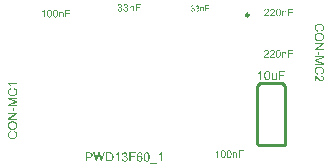
<source format=gto>
G04*
G04 #@! TF.GenerationSoftware,Altium Limited,Altium NEXUS,1.1.6 (48)*
G04*
G04 Layer_Color=65535*
%FSLAX25Y25*%
%MOIN*%
G70*
G01*
G75*
%ADD10C,0.00984*%
G36*
X44898Y4219D02*
X44926D01*
X44963Y4214D01*
X45046Y4201D01*
X45138Y4173D01*
X45235Y4136D01*
X45331Y4090D01*
X45378Y4058D01*
X45424Y4021D01*
X45428D01*
X45433Y4012D01*
X45461Y3984D01*
X45498Y3938D01*
X45544Y3878D01*
X45594Y3800D01*
X45636Y3707D01*
X45677Y3597D01*
X45700Y3472D01*
X45331Y3445D01*
Y3449D01*
Y3454D01*
X45322Y3481D01*
X45309Y3518D01*
X45295Y3565D01*
X45248Y3670D01*
X45221Y3717D01*
X45189Y3758D01*
X45184Y3767D01*
X45161Y3786D01*
X45129Y3809D01*
X45087Y3841D01*
X45032Y3869D01*
X44967Y3896D01*
X44894Y3915D01*
X44815Y3919D01*
X44783D01*
X44751Y3915D01*
X44709Y3906D01*
X44658Y3896D01*
X44603Y3878D01*
X44552Y3850D01*
X44497Y3818D01*
X44488Y3813D01*
X44469Y3795D01*
X44437Y3763D01*
X44400Y3721D01*
X44354Y3670D01*
X44308Y3606D01*
X44262Y3528D01*
X44221Y3440D01*
Y3435D01*
X44216Y3431D01*
X44211Y3412D01*
X44207Y3394D01*
X44197Y3371D01*
X44188Y3339D01*
X44179Y3302D01*
X44170Y3260D01*
X44161Y3214D01*
X44151Y3163D01*
X44142Y3104D01*
X44133Y3043D01*
X44128Y2974D01*
X44124Y2901D01*
X44119Y2822D01*
Y2744D01*
X44124Y2748D01*
X44142Y2771D01*
X44170Y2808D01*
X44211Y2854D01*
X44257Y2905D01*
X44313Y2956D01*
X44377Y3002D01*
X44446Y3043D01*
X44456Y3048D01*
X44479Y3057D01*
X44520Y3076D01*
X44571Y3094D01*
X44631Y3113D01*
X44700Y3131D01*
X44774Y3140D01*
X44852Y3145D01*
X44889D01*
X44917Y3140D01*
X44949Y3136D01*
X44986Y3131D01*
X45073Y3113D01*
X45170Y3076D01*
X45226Y3057D01*
X45276Y3030D01*
X45331Y2997D01*
X45387Y2961D01*
X45437Y2919D01*
X45488Y2868D01*
X45493Y2864D01*
X45498Y2854D01*
X45511Y2841D01*
X45530Y2818D01*
X45548Y2790D01*
X45571Y2758D01*
X45594Y2721D01*
X45622Y2679D01*
X45645Y2629D01*
X45668Y2578D01*
X45691Y2518D01*
X45709Y2458D01*
X45728Y2389D01*
X45742Y2320D01*
X45746Y2241D01*
X45751Y2163D01*
Y2158D01*
Y2149D01*
Y2135D01*
Y2117D01*
X45746Y2089D01*
Y2062D01*
X45737Y1988D01*
X45719Y1909D01*
X45700Y1817D01*
X45668Y1725D01*
X45627Y1633D01*
Y1628D01*
X45622Y1624D01*
X45613Y1610D01*
X45603Y1591D01*
X45576Y1550D01*
X45539Y1495D01*
X45488Y1435D01*
X45428Y1375D01*
X45364Y1315D01*
X45285Y1259D01*
X45276Y1255D01*
X45248Y1241D01*
X45202Y1218D01*
X45147Y1195D01*
X45073Y1172D01*
X44990Y1149D01*
X44898Y1135D01*
X44801Y1130D01*
X44783D01*
X44755Y1135D01*
X44723D01*
X44686Y1140D01*
X44640Y1149D01*
X44589Y1158D01*
X44534Y1172D01*
X44474Y1190D01*
X44409Y1213D01*
X44350Y1241D01*
X44285Y1273D01*
X44221Y1315D01*
X44156Y1361D01*
X44096Y1412D01*
X44041Y1472D01*
X44036Y1476D01*
X44027Y1490D01*
X44013Y1508D01*
X43995Y1536D01*
X43972Y1573D01*
X43949Y1619D01*
X43921Y1674D01*
X43898Y1739D01*
X43870Y1813D01*
X43843Y1896D01*
X43819Y1988D01*
X43796Y2089D01*
X43778Y2200D01*
X43764Y2324D01*
X43755Y2454D01*
X43750Y2596D01*
Y2601D01*
Y2606D01*
Y2619D01*
Y2633D01*
Y2679D01*
X43755Y2739D01*
X43760Y2813D01*
X43769Y2896D01*
X43778Y2988D01*
X43792Y3085D01*
X43806Y3191D01*
X43829Y3297D01*
X43856Y3403D01*
X43889Y3505D01*
X43925Y3611D01*
X43967Y3703D01*
X44018Y3795D01*
X44073Y3873D01*
X44078Y3878D01*
X44087Y3887D01*
X44101Y3906D01*
X44124Y3929D01*
X44156Y3956D01*
X44188Y3984D01*
X44230Y4016D01*
X44276Y4048D01*
X44326Y4081D01*
X44387Y4113D01*
X44446Y4141D01*
X44515Y4168D01*
X44589Y4191D01*
X44668Y4210D01*
X44751Y4219D01*
X44838Y4224D01*
X44870D01*
X44898Y4219D01*
D02*
G37*
G36*
X39873D02*
X39933Y4210D01*
X40002Y4196D01*
X40081Y4178D01*
X40159Y4150D01*
X40238Y4113D01*
X40242D01*
X40247Y4108D01*
X40274Y4095D01*
X40311Y4072D01*
X40357Y4039D01*
X40408Y3998D01*
X40463Y3947D01*
X40514Y3887D01*
X40560Y3823D01*
X40565Y3813D01*
X40579Y3790D01*
X40597Y3754D01*
X40615Y3707D01*
X40634Y3647D01*
X40652Y3583D01*
X40666Y3514D01*
X40671Y3435D01*
Y3426D01*
Y3403D01*
X40666Y3366D01*
X40657Y3320D01*
X40643Y3265D01*
X40625Y3205D01*
X40602Y3140D01*
X40565Y3080D01*
X40560Y3071D01*
X40546Y3053D01*
X40519Y3025D01*
X40486Y2988D01*
X40440Y2947D01*
X40390Y2905D01*
X40325Y2859D01*
X40251Y2822D01*
X40256D01*
X40265Y2818D01*
X40279D01*
X40297Y2808D01*
X40343Y2795D01*
X40403Y2767D01*
X40468Y2735D01*
X40537Y2689D01*
X40606Y2633D01*
X40666Y2564D01*
X40671Y2555D01*
X40689Y2527D01*
X40712Y2486D01*
X40745Y2430D01*
X40772Y2361D01*
X40795Y2278D01*
X40814Y2182D01*
X40818Y2075D01*
Y2071D01*
Y2057D01*
Y2039D01*
X40814Y2011D01*
X40809Y1974D01*
X40804Y1937D01*
X40795Y1891D01*
X40781Y1845D01*
X40749Y1739D01*
X40726Y1679D01*
X40694Y1624D01*
X40662Y1568D01*
X40625Y1513D01*
X40579Y1458D01*
X40528Y1402D01*
X40523Y1398D01*
X40514Y1389D01*
X40500Y1379D01*
X40477Y1361D01*
X40450Y1338D01*
X40413Y1315D01*
X40371Y1292D01*
X40330Y1269D01*
X40279Y1241D01*
X40224Y1218D01*
X40164Y1195D01*
X40099Y1172D01*
X40030Y1153D01*
X39956Y1144D01*
X39878Y1135D01*
X39799Y1130D01*
X39763D01*
X39735Y1135D01*
X39698Y1140D01*
X39661Y1144D01*
X39615Y1149D01*
X39569Y1158D01*
X39463Y1186D01*
X39352Y1232D01*
X39297Y1255D01*
X39246Y1287D01*
X39191Y1324D01*
X39140Y1366D01*
X39136Y1370D01*
X39131Y1375D01*
X39117Y1389D01*
X39099Y1407D01*
X39080Y1435D01*
X39057Y1462D01*
X39030Y1495D01*
X39007Y1531D01*
X38951Y1624D01*
X38905Y1730D01*
X38864Y1850D01*
X38850Y1914D01*
X38841Y1983D01*
X39214Y2034D01*
Y2029D01*
X39219Y2020D01*
Y2002D01*
X39228Y1983D01*
X39242Y1928D01*
X39265Y1859D01*
X39292Y1785D01*
X39329Y1707D01*
X39375Y1637D01*
X39426Y1578D01*
X39435Y1573D01*
X39454Y1555D01*
X39486Y1536D01*
X39532Y1508D01*
X39583Y1485D01*
X39647Y1462D01*
X39721Y1444D01*
X39799Y1439D01*
X39827D01*
X39846Y1444D01*
X39892Y1448D01*
X39952Y1462D01*
X40025Y1485D01*
X40099Y1513D01*
X40173Y1559D01*
X40242Y1619D01*
X40251Y1628D01*
X40270Y1651D01*
X40297Y1688D01*
X40334Y1743D01*
X40367Y1808D01*
X40394Y1886D01*
X40413Y1974D01*
X40422Y2071D01*
Y2075D01*
Y2080D01*
Y2094D01*
X40417Y2112D01*
X40413Y2158D01*
X40399Y2218D01*
X40380Y2283D01*
X40348Y2357D01*
X40307Y2426D01*
X40251Y2490D01*
X40242Y2500D01*
X40224Y2518D01*
X40187Y2541D01*
X40136Y2573D01*
X40076Y2606D01*
X40002Y2629D01*
X39924Y2647D01*
X39832Y2656D01*
X39790D01*
X39758Y2652D01*
X39721Y2647D01*
X39675Y2643D01*
X39624Y2633D01*
X39569Y2619D01*
X39610Y2947D01*
X39634D01*
X39652Y2942D01*
X39712D01*
X39753Y2947D01*
X39813Y2956D01*
X39878Y2970D01*
X39947Y2993D01*
X40021Y3021D01*
X40095Y3062D01*
X40104Y3067D01*
X40127Y3085D01*
X40154Y3117D01*
X40191Y3159D01*
X40228Y3210D01*
X40256Y3274D01*
X40279Y3352D01*
X40288Y3445D01*
Y3449D01*
Y3454D01*
Y3477D01*
X40279Y3514D01*
X40270Y3565D01*
X40256Y3615D01*
X40228Y3670D01*
X40196Y3730D01*
X40150Y3781D01*
X40145Y3786D01*
X40127Y3804D01*
X40095Y3827D01*
X40053Y3850D01*
X40002Y3878D01*
X39942Y3896D01*
X39873Y3915D01*
X39795Y3919D01*
X39758D01*
X39717Y3910D01*
X39670Y3901D01*
X39610Y3887D01*
X39551Y3859D01*
X39491Y3827D01*
X39431Y3781D01*
X39426Y3777D01*
X39408Y3758D01*
X39385Y3726D01*
X39357Y3680D01*
X39325Y3624D01*
X39297Y3555D01*
X39269Y3472D01*
X39251Y3376D01*
X38877Y3440D01*
Y3445D01*
X38882Y3458D01*
X38887Y3477D01*
X38891Y3500D01*
X38901Y3532D01*
X38910Y3569D01*
X38942Y3652D01*
X38979Y3744D01*
X39034Y3841D01*
X39099Y3933D01*
X39182Y4016D01*
X39186Y4021D01*
X39191Y4025D01*
X39205Y4035D01*
X39228Y4048D01*
X39251Y4062D01*
X39279Y4081D01*
X39348Y4122D01*
X39435Y4159D01*
X39541Y4191D01*
X39657Y4214D01*
X39721Y4224D01*
X39827D01*
X39873Y4219D01*
D02*
G37*
G36*
X32382Y1181D02*
X31990D01*
X31354Y3486D01*
Y3491D01*
X31349Y3500D01*
X31345Y3514D01*
X31340Y3532D01*
X31326Y3583D01*
X31313Y3638D01*
X31294Y3703D01*
X31280Y3758D01*
X31266Y3809D01*
X31262Y3827D01*
X31257Y3841D01*
Y3832D01*
X31248Y3809D01*
X31239Y3767D01*
X31225Y3721D01*
X31211Y3661D01*
X31197Y3606D01*
X31179Y3546D01*
X31165Y3486D01*
X30529Y1181D01*
X30109D01*
X29316Y4210D01*
X29727D01*
X30183Y2218D01*
Y2214D01*
X30188Y2204D01*
X30192Y2186D01*
X30197Y2168D01*
X30202Y2135D01*
X30211Y2103D01*
X30229Y2025D01*
X30248Y1932D01*
X30271Y1826D01*
X30289Y1716D01*
X30312Y1601D01*
Y1605D01*
X30317Y1624D01*
X30321Y1647D01*
X30331Y1679D01*
X30340Y1716D01*
X30349Y1757D01*
X30377Y1854D01*
X30400Y1951D01*
X30423Y2043D01*
X30432Y2080D01*
X30441Y2117D01*
X30446Y2145D01*
X30450Y2163D01*
X31027Y4210D01*
X31511D01*
X31944Y2675D01*
Y2670D01*
X31953Y2647D01*
X31958Y2619D01*
X31972Y2578D01*
X31981Y2527D01*
X31999Y2467D01*
X32013Y2398D01*
X32032Y2324D01*
X32050Y2246D01*
X32068Y2163D01*
X32110Y1979D01*
X32147Y1790D01*
X32179Y1601D01*
Y1605D01*
X32184Y1614D01*
Y1628D01*
X32188Y1651D01*
X32198Y1679D01*
X32202Y1711D01*
X32212Y1748D01*
X32221Y1790D01*
X32244Y1886D01*
X32267Y2002D01*
X32299Y2126D01*
X32331Y2260D01*
X32801Y4210D01*
X33207D01*
X32382Y1181D01*
D02*
G37*
G36*
X52223D02*
X51850D01*
Y3551D01*
X51845Y3546D01*
X51827Y3528D01*
X51795Y3505D01*
X51753Y3472D01*
X51702Y3431D01*
X51643Y3389D01*
X51573Y3339D01*
X51495Y3292D01*
X51490D01*
X51486Y3288D01*
X51458Y3269D01*
X51417Y3246D01*
X51366Y3219D01*
X51306Y3186D01*
X51241Y3159D01*
X51172Y3127D01*
X51108Y3099D01*
Y3463D01*
X51113D01*
X51122Y3468D01*
X51140Y3477D01*
X51159Y3491D01*
X51186Y3505D01*
X51218Y3518D01*
X51292Y3560D01*
X51375Y3611D01*
X51467Y3670D01*
X51560Y3740D01*
X51647Y3813D01*
X51652Y3818D01*
X51656Y3823D01*
X51684Y3850D01*
X51726Y3892D01*
X51776Y3943D01*
X51832Y4007D01*
X51887Y4076D01*
X51938Y4150D01*
X51979Y4224D01*
X52223D01*
Y1181D01*
D02*
G37*
G36*
X43400Y3855D02*
X41759D01*
Y2910D01*
X43179D01*
Y2555D01*
X41759D01*
Y1181D01*
X41358D01*
Y4210D01*
X43400D01*
Y3855D01*
D02*
G37*
G36*
X37886Y1181D02*
X37513D01*
Y3551D01*
X37508Y3546D01*
X37490Y3528D01*
X37458Y3505D01*
X37416Y3472D01*
X37365Y3431D01*
X37306Y3389D01*
X37236Y3339D01*
X37158Y3292D01*
X37153D01*
X37149Y3288D01*
X37121Y3269D01*
X37080Y3246D01*
X37029Y3219D01*
X36969Y3186D01*
X36904Y3159D01*
X36835Y3127D01*
X36771Y3099D01*
Y3463D01*
X36775D01*
X36785Y3468D01*
X36803Y3477D01*
X36821Y3491D01*
X36849Y3505D01*
X36881Y3518D01*
X36955Y3560D01*
X37038Y3611D01*
X37130Y3670D01*
X37222Y3740D01*
X37310Y3813D01*
X37315Y3818D01*
X37319Y3823D01*
X37347Y3850D01*
X37389Y3892D01*
X37439Y3943D01*
X37495Y4007D01*
X37550Y4076D01*
X37600Y4150D01*
X37642Y4224D01*
X37886D01*
Y1181D01*
D02*
G37*
G36*
X34825Y4205D02*
X34908Y4201D01*
X35001Y4191D01*
X35088Y4178D01*
X35162Y4164D01*
X35166D01*
X35176Y4159D01*
X35185D01*
X35203Y4150D01*
X35254Y4136D01*
X35314Y4113D01*
X35383Y4085D01*
X35457Y4048D01*
X35531Y4002D01*
X35604Y3947D01*
X35609D01*
X35614Y3938D01*
X35646Y3910D01*
X35687Y3864D01*
X35738Y3804D01*
X35798Y3730D01*
X35858Y3643D01*
X35913Y3541D01*
X35964Y3426D01*
Y3422D01*
X35969Y3412D01*
X35973Y3394D01*
X35982Y3371D01*
X35992Y3343D01*
X36001Y3306D01*
X36015Y3265D01*
X36024Y3219D01*
X36033Y3168D01*
X36047Y3113D01*
X36065Y2993D01*
X36079Y2859D01*
X36084Y2712D01*
Y2707D01*
Y2698D01*
Y2679D01*
Y2652D01*
X36079Y2624D01*
Y2587D01*
X36075Y2504D01*
X36065Y2412D01*
X36047Y2306D01*
X36029Y2200D01*
X36001Y2098D01*
Y2094D01*
X35996Y2085D01*
X35992Y2071D01*
X35987Y2052D01*
X35969Y2006D01*
X35945Y1942D01*
X35918Y1873D01*
X35881Y1799D01*
X35840Y1725D01*
X35793Y1656D01*
X35789Y1647D01*
X35770Y1628D01*
X35747Y1596D01*
X35710Y1555D01*
X35674Y1513D01*
X35623Y1467D01*
X35572Y1421D01*
X35517Y1379D01*
X35512Y1375D01*
X35489Y1366D01*
X35457Y1347D01*
X35415Y1324D01*
X35365Y1301D01*
X35305Y1278D01*
X35236Y1255D01*
X35157Y1232D01*
X35148D01*
X35120Y1223D01*
X35079Y1218D01*
X35019Y1209D01*
X34950Y1199D01*
X34867Y1190D01*
X34775Y1186D01*
X34673Y1181D01*
X33585D01*
Y4210D01*
X34747D01*
X34825Y4205D01*
D02*
G37*
G36*
X28081D02*
X28155Y4201D01*
X28233Y4196D01*
X28307Y4187D01*
X28371Y4178D01*
X28381D01*
X28408Y4168D01*
X28450Y4159D01*
X28500Y4145D01*
X28560Y4127D01*
X28620Y4104D01*
X28685Y4072D01*
X28745Y4035D01*
X28749Y4030D01*
X28772Y4016D01*
X28800Y3993D01*
X28832Y3961D01*
X28869Y3919D01*
X28911Y3869D01*
X28952Y3813D01*
X28989Y3744D01*
X28994Y3735D01*
X29003Y3712D01*
X29017Y3675D01*
X29035Y3624D01*
X29054Y3565D01*
X29067Y3495D01*
X29077Y3417D01*
X29081Y3334D01*
Y3329D01*
Y3316D01*
Y3297D01*
X29077Y3269D01*
X29072Y3237D01*
X29067Y3196D01*
X29063Y3154D01*
X29049Y3108D01*
X29021Y3002D01*
X28975Y2896D01*
X28948Y2841D01*
X28915Y2785D01*
X28878Y2730D01*
X28832Y2679D01*
X28828Y2675D01*
X28819Y2670D01*
X28805Y2656D01*
X28786Y2638D01*
X28754Y2619D01*
X28722Y2596D01*
X28680Y2573D01*
X28629Y2550D01*
X28574Y2523D01*
X28510Y2500D01*
X28436Y2476D01*
X28357Y2458D01*
X28265Y2440D01*
X28168Y2426D01*
X28062Y2421D01*
X27947Y2417D01*
X27173D01*
Y1181D01*
X26772D01*
Y4210D01*
X28012D01*
X28081Y4205D01*
D02*
G37*
G36*
X47194Y4219D02*
X47249Y4210D01*
X47314Y4201D01*
X47388Y4182D01*
X47461Y4154D01*
X47530Y4122D01*
X47540Y4118D01*
X47563Y4104D01*
X47595Y4081D01*
X47641Y4053D01*
X47687Y4012D01*
X47738Y3961D01*
X47789Y3906D01*
X47835Y3841D01*
X47839Y3832D01*
X47853Y3809D01*
X47876Y3767D01*
X47904Y3717D01*
X47932Y3652D01*
X47964Y3574D01*
X47996Y3486D01*
X48024Y3389D01*
Y3385D01*
X48028Y3376D01*
Y3362D01*
X48033Y3339D01*
X48042Y3316D01*
X48047Y3283D01*
X48051Y3242D01*
X48061Y3200D01*
X48065Y3150D01*
X48070Y3099D01*
X48079Y3039D01*
X48084Y2974D01*
X48088Y2905D01*
Y2836D01*
X48093Y2675D01*
Y2670D01*
Y2652D01*
Y2624D01*
Y2587D01*
X48088Y2541D01*
Y2490D01*
X48084Y2430D01*
X48079Y2366D01*
X48065Y2228D01*
X48047Y2085D01*
X48019Y1942D01*
X48001Y1877D01*
X47982Y1813D01*
Y1808D01*
X47978Y1799D01*
X47973Y1780D01*
X47964Y1757D01*
X47950Y1730D01*
X47936Y1702D01*
X47899Y1628D01*
X47853Y1545D01*
X47798Y1462D01*
X47733Y1379D01*
X47655Y1306D01*
X47650D01*
X47646Y1296D01*
X47632Y1292D01*
X47618Y1278D01*
X47567Y1250D01*
X47507Y1218D01*
X47425Y1186D01*
X47332Y1158D01*
X47226Y1140D01*
X47106Y1130D01*
X47065D01*
X47033Y1135D01*
X46996Y1140D01*
X46954Y1149D01*
X46908Y1158D01*
X46857Y1167D01*
X46747Y1204D01*
X46687Y1232D01*
X46632Y1259D01*
X46572Y1296D01*
X46516Y1338D01*
X46466Y1384D01*
X46415Y1439D01*
X46410Y1444D01*
X46401Y1458D01*
X46387Y1481D01*
X46369Y1513D01*
X46346Y1555D01*
X46323Y1605D01*
X46295Y1665D01*
X46267Y1739D01*
X46240Y1817D01*
X46212Y1909D01*
X46189Y2011D01*
X46166Y2121D01*
X46148Y2246D01*
X46134Y2375D01*
X46124Y2523D01*
X46120Y2675D01*
Y2679D01*
Y2698D01*
Y2726D01*
Y2762D01*
X46124Y2808D01*
Y2859D01*
X46129Y2919D01*
X46134Y2984D01*
X46148Y3122D01*
X46166Y3265D01*
X46189Y3408D01*
X46207Y3472D01*
X46226Y3537D01*
Y3541D01*
X46231Y3551D01*
X46240Y3569D01*
X46249Y3592D01*
X46258Y3620D01*
X46272Y3652D01*
X46309Y3726D01*
X46355Y3809D01*
X46410Y3892D01*
X46475Y3970D01*
X46553Y4044D01*
X46558D01*
X46562Y4053D01*
X46576Y4062D01*
X46595Y4072D01*
X46641Y4099D01*
X46705Y4136D01*
X46784Y4168D01*
X46880Y4196D01*
X46986Y4214D01*
X47106Y4224D01*
X47148D01*
X47194Y4219D01*
D02*
G37*
G36*
X50693Y342D02*
X48231D01*
Y610D01*
X50693D01*
Y342D01*
D02*
G37*
G36*
X18848Y51079D02*
X18886Y51075D01*
X18932Y51067D01*
X18986Y51056D01*
X19036Y51040D01*
X19090Y51021D01*
X19097Y51017D01*
X19113Y51010D01*
X19136Y50998D01*
X19167Y50979D01*
X19201Y50956D01*
X19236Y50929D01*
X19270Y50898D01*
X19297Y50864D01*
X19301Y50860D01*
X19309Y50848D01*
X19320Y50825D01*
X19336Y50798D01*
X19351Y50768D01*
X19366Y50729D01*
X19382Y50683D01*
X19393Y50637D01*
Y50633D01*
X19397Y50622D01*
X19401Y50599D01*
X19405Y50568D01*
Y50526D01*
X19409Y50472D01*
X19412Y50411D01*
Y50334D01*
Y49213D01*
X19101D01*
Y50322D01*
Y50326D01*
Y50330D01*
Y50353D01*
Y50388D01*
X19097Y50430D01*
X19094Y50472D01*
X19086Y50522D01*
X19074Y50564D01*
X19063Y50603D01*
Y50607D01*
X19055Y50618D01*
X19048Y50637D01*
X19036Y50656D01*
X19017Y50683D01*
X18994Y50706D01*
X18967Y50733D01*
X18936Y50756D01*
X18932Y50760D01*
X18921Y50764D01*
X18902Y50775D01*
X18875Y50787D01*
X18844Y50795D01*
X18806Y50806D01*
X18767Y50810D01*
X18721Y50814D01*
X18687D01*
X18652Y50806D01*
X18602Y50798D01*
X18548Y50783D01*
X18495Y50760D01*
X18433Y50729D01*
X18379Y50687D01*
X18372Y50679D01*
X18356Y50660D01*
X18333Y50630D01*
X18322Y50607D01*
X18310Y50580D01*
X18295Y50549D01*
X18283Y50514D01*
X18272Y50476D01*
X18260Y50434D01*
X18249Y50384D01*
X18245Y50330D01*
X18237Y50272D01*
Y50211D01*
Y49213D01*
X17926D01*
Y51040D01*
X18207D01*
Y50779D01*
X18211Y50783D01*
X18214Y50791D01*
X18226Y50806D01*
X18245Y50825D01*
X18264Y50848D01*
X18291Y50875D01*
X18318Y50902D01*
X18353Y50933D01*
X18395Y50960D01*
X18437Y50987D01*
X18483Y51014D01*
X18537Y51037D01*
X18591Y51056D01*
X18652Y51071D01*
X18717Y51079D01*
X18787Y51083D01*
X18813D01*
X18848Y51079D01*
D02*
G37*
G36*
X21643Y51440D02*
X20276D01*
Y50653D01*
X21459D01*
Y50357D01*
X20276D01*
Y49213D01*
X19942D01*
Y51736D01*
X21643D01*
Y51440D01*
D02*
G37*
G36*
X13134Y49213D02*
X12823D01*
Y51186D01*
X12819Y51183D01*
X12804Y51167D01*
X12777Y51148D01*
X12742Y51121D01*
X12700Y51086D01*
X12650Y51052D01*
X12593Y51010D01*
X12527Y50971D01*
X12523D01*
X12520Y50968D01*
X12497Y50952D01*
X12462Y50933D01*
X12420Y50910D01*
X12370Y50883D01*
X12316Y50860D01*
X12258Y50833D01*
X12205Y50810D01*
Y51113D01*
X12209D01*
X12216Y51117D01*
X12232Y51125D01*
X12247Y51136D01*
X12270Y51148D01*
X12297Y51160D01*
X12358Y51194D01*
X12427Y51236D01*
X12504Y51286D01*
X12581Y51344D01*
X12654Y51405D01*
X12658Y51409D01*
X12662Y51413D01*
X12685Y51436D01*
X12719Y51471D01*
X12762Y51513D01*
X12808Y51566D01*
X12854Y51624D01*
X12896Y51686D01*
X12931Y51747D01*
X13134D01*
Y49213D01*
D02*
G37*
G36*
X16778Y51743D02*
X16824Y51736D01*
X16878Y51728D01*
X16939Y51712D01*
X17001Y51689D01*
X17059Y51662D01*
X17066Y51659D01*
X17085Y51647D01*
X17112Y51628D01*
X17151Y51605D01*
X17189Y51570D01*
X17231Y51528D01*
X17274Y51482D01*
X17312Y51428D01*
X17316Y51421D01*
X17327Y51401D01*
X17346Y51367D01*
X17369Y51325D01*
X17393Y51271D01*
X17419Y51206D01*
X17446Y51133D01*
X17469Y51052D01*
Y51048D01*
X17473Y51040D01*
Y51029D01*
X17477Y51010D01*
X17485Y50990D01*
X17489Y50964D01*
X17492Y50929D01*
X17500Y50894D01*
X17504Y50852D01*
X17508Y50810D01*
X17515Y50760D01*
X17519Y50706D01*
X17523Y50649D01*
Y50591D01*
X17527Y50457D01*
Y50453D01*
Y50438D01*
Y50415D01*
Y50384D01*
X17523Y50345D01*
Y50303D01*
X17519Y50253D01*
X17515Y50200D01*
X17504Y50084D01*
X17489Y49965D01*
X17466Y49846D01*
X17450Y49792D01*
X17435Y49739D01*
Y49735D01*
X17431Y49727D01*
X17427Y49712D01*
X17419Y49693D01*
X17408Y49670D01*
X17396Y49646D01*
X17366Y49585D01*
X17327Y49516D01*
X17281Y49447D01*
X17227Y49378D01*
X17162Y49316D01*
X17158D01*
X17154Y49309D01*
X17143Y49305D01*
X17131Y49293D01*
X17089Y49270D01*
X17039Y49243D01*
X16970Y49216D01*
X16893Y49193D01*
X16805Y49178D01*
X16705Y49170D01*
X16671D01*
X16644Y49174D01*
X16613Y49178D01*
X16578Y49186D01*
X16540Y49193D01*
X16498Y49201D01*
X16406Y49232D01*
X16356Y49255D01*
X16310Y49278D01*
X16260Y49309D01*
X16214Y49343D01*
X16171Y49382D01*
X16129Y49428D01*
X16125Y49431D01*
X16118Y49443D01*
X16106Y49462D01*
X16091Y49489D01*
X16072Y49524D01*
X16052Y49566D01*
X16029Y49616D01*
X16006Y49677D01*
X15983Y49742D01*
X15960Y49819D01*
X15941Y49904D01*
X15922Y49996D01*
X15906Y50100D01*
X15895Y50207D01*
X15887Y50330D01*
X15883Y50457D01*
Y50461D01*
Y50476D01*
Y50499D01*
Y50530D01*
X15887Y50568D01*
Y50610D01*
X15891Y50660D01*
X15895Y50714D01*
X15906Y50829D01*
X15922Y50948D01*
X15941Y51067D01*
X15956Y51121D01*
X15972Y51175D01*
Y51179D01*
X15976Y51186D01*
X15983Y51202D01*
X15991Y51221D01*
X15999Y51244D01*
X16010Y51271D01*
X16041Y51332D01*
X16079Y51401D01*
X16125Y51471D01*
X16179Y51536D01*
X16244Y51597D01*
X16248D01*
X16252Y51605D01*
X16264Y51613D01*
X16279Y51620D01*
X16317Y51643D01*
X16371Y51674D01*
X16436Y51701D01*
X16517Y51724D01*
X16605Y51739D01*
X16705Y51747D01*
X16740D01*
X16778Y51743D01*
D02*
G37*
G36*
X14820D02*
X14866Y51736D01*
X14920Y51728D01*
X14981Y51712D01*
X15043Y51689D01*
X15100Y51662D01*
X15108Y51659D01*
X15127Y51647D01*
X15154Y51628D01*
X15192Y51605D01*
X15231Y51570D01*
X15273Y51528D01*
X15315Y51482D01*
X15353Y51428D01*
X15357Y51421D01*
X15369Y51401D01*
X15388Y51367D01*
X15411Y51325D01*
X15434Y51271D01*
X15461Y51206D01*
X15488Y51133D01*
X15511Y51052D01*
Y51048D01*
X15515Y51040D01*
Y51029D01*
X15519Y51010D01*
X15526Y50990D01*
X15530Y50964D01*
X15534Y50929D01*
X15542Y50894D01*
X15545Y50852D01*
X15549Y50810D01*
X15557Y50760D01*
X15561Y50706D01*
X15565Y50649D01*
Y50591D01*
X15569Y50457D01*
Y50453D01*
Y50438D01*
Y50415D01*
Y50384D01*
X15565Y50345D01*
Y50303D01*
X15561Y50253D01*
X15557Y50200D01*
X15545Y50084D01*
X15530Y49965D01*
X15507Y49846D01*
X15492Y49792D01*
X15476Y49739D01*
Y49735D01*
X15473Y49727D01*
X15469Y49712D01*
X15461Y49693D01*
X15450Y49670D01*
X15438Y49646D01*
X15407Y49585D01*
X15369Y49516D01*
X15323Y49447D01*
X15269Y49378D01*
X15204Y49316D01*
X15200D01*
X15196Y49309D01*
X15185Y49305D01*
X15173Y49293D01*
X15131Y49270D01*
X15081Y49243D01*
X15012Y49216D01*
X14935Y49193D01*
X14847Y49178D01*
X14747Y49170D01*
X14712D01*
X14685Y49174D01*
X14655Y49178D01*
X14620Y49186D01*
X14582Y49193D01*
X14539Y49201D01*
X14447Y49232D01*
X14397Y49255D01*
X14351Y49278D01*
X14301Y49309D01*
X14255Y49343D01*
X14213Y49382D01*
X14171Y49428D01*
X14167Y49431D01*
X14159Y49443D01*
X14148Y49462D01*
X14132Y49489D01*
X14113Y49524D01*
X14094Y49566D01*
X14071Y49616D01*
X14048Y49677D01*
X14025Y49742D01*
X14002Y49819D01*
X13983Y49904D01*
X13963Y49996D01*
X13948Y50100D01*
X13937Y50207D01*
X13929Y50330D01*
X13925Y50457D01*
Y50461D01*
Y50476D01*
Y50499D01*
Y50530D01*
X13929Y50568D01*
Y50610D01*
X13933Y50660D01*
X13937Y50714D01*
X13948Y50829D01*
X13963Y50948D01*
X13983Y51067D01*
X13998Y51121D01*
X14013Y51175D01*
Y51179D01*
X14017Y51186D01*
X14025Y51202D01*
X14033Y51221D01*
X14040Y51244D01*
X14052Y51271D01*
X14083Y51332D01*
X14121Y51401D01*
X14167Y51471D01*
X14221Y51536D01*
X14286Y51597D01*
X14290D01*
X14294Y51605D01*
X14305Y51613D01*
X14321Y51620D01*
X14359Y51643D01*
X14413Y51674D01*
X14478Y51701D01*
X14559Y51724D01*
X14647Y51739D01*
X14747Y51747D01*
X14781D01*
X14820Y51743D01*
D02*
G37*
G36*
X104763Y47131D02*
X104805D01*
X104855Y47127D01*
X104906Y47122D01*
X104966Y47113D01*
X105095Y47090D01*
X105233Y47062D01*
X105376Y47016D01*
X105510Y46956D01*
X105515D01*
X105524Y46947D01*
X105542Y46938D01*
X105570Y46924D01*
X105597Y46905D01*
X105630Y46882D01*
X105708Y46822D01*
X105796Y46753D01*
X105883Y46666D01*
X105971Y46560D01*
X106045Y46444D01*
Y46440D01*
X106054Y46431D01*
X106063Y46412D01*
X106072Y46384D01*
X106086Y46357D01*
X106105Y46320D01*
X106119Y46274D01*
X106137Y46228D01*
X106155Y46177D01*
X106169Y46122D01*
X106201Y45997D01*
X106220Y45859D01*
X106229Y45711D01*
Y45665D01*
X106225Y45633D01*
X106220Y45596D01*
X106215Y45550D01*
X106211Y45499D01*
X106201Y45444D01*
X106174Y45324D01*
X106132Y45195D01*
X106105Y45131D01*
X106072Y45066D01*
X106035Y45006D01*
X105994Y44946D01*
X105989Y44941D01*
X105985Y44932D01*
X105971Y44919D01*
X105953Y44895D01*
X105929Y44872D01*
X105897Y44840D01*
X105865Y44808D01*
X105828Y44776D01*
X105782Y44739D01*
X105736Y44706D01*
X105681Y44669D01*
X105621Y44633D01*
X105561Y44600D01*
X105491Y44568D01*
X105344Y44513D01*
X105252Y44909D01*
X105256D01*
X105266Y44914D01*
X105284Y44919D01*
X105307Y44928D01*
X105335Y44941D01*
X105367Y44955D01*
X105436Y44988D01*
X105515Y45029D01*
X105597Y45084D01*
X105671Y45144D01*
X105736Y45218D01*
X105740Y45227D01*
X105759Y45255D01*
X105782Y45296D01*
X105814Y45356D01*
X105842Y45426D01*
X105865Y45513D01*
X105883Y45610D01*
X105888Y45721D01*
Y45753D01*
X105883Y45776D01*
Y45808D01*
X105879Y45840D01*
X105865Y45923D01*
X105847Y46016D01*
X105814Y46112D01*
X105773Y46209D01*
X105717Y46301D01*
Y46306D01*
X105708Y46311D01*
X105685Y46338D01*
X105648Y46380D01*
X105597Y46431D01*
X105533Y46481D01*
X105459Y46537D01*
X105367Y46587D01*
X105266Y46629D01*
X105261D01*
X105252Y46633D01*
X105238Y46638D01*
X105215Y46643D01*
X105192Y46652D01*
X105160Y46656D01*
X105086Y46675D01*
X104998Y46693D01*
X104901Y46707D01*
X104795Y46716D01*
X104685Y46721D01*
X104680D01*
X104666D01*
X104648D01*
X104620D01*
X104588Y46716D01*
X104546D01*
X104505Y46712D01*
X104459Y46707D01*
X104353Y46693D01*
X104238Y46675D01*
X104122Y46647D01*
X104012Y46610D01*
X104007D01*
X103998Y46606D01*
X103984Y46597D01*
X103966Y46587D01*
X103910Y46564D01*
X103850Y46527D01*
X103777Y46477D01*
X103707Y46417D01*
X103638Y46348D01*
X103578Y46265D01*
Y46260D01*
X103574Y46255D01*
X103565Y46242D01*
X103555Y46223D01*
X103537Y46172D01*
X103509Y46108D01*
X103486Y46034D01*
X103463Y45946D01*
X103445Y45850D01*
X103440Y45748D01*
Y45716D01*
X103445Y45693D01*
Y45665D01*
X103449Y45628D01*
X103463Y45550D01*
X103486Y45462D01*
X103523Y45366D01*
X103569Y45273D01*
X103634Y45181D01*
X103638Y45177D01*
X103643Y45172D01*
X103671Y45144D01*
X103717Y45103D01*
X103777Y45052D01*
X103859Y45001D01*
X103956Y44946D01*
X104076Y44900D01*
X104210Y44863D01*
X104109Y44462D01*
X104104D01*
X104085Y44467D01*
X104062Y44476D01*
X104025Y44485D01*
X103989Y44504D01*
X103938Y44522D01*
X103887Y44540D01*
X103832Y44568D01*
X103707Y44628D01*
X103583Y44711D01*
X103463Y44803D01*
X103408Y44859D01*
X103357Y44919D01*
X103352Y44923D01*
X103348Y44932D01*
X103334Y44951D01*
X103316Y44978D01*
X103297Y45011D01*
X103274Y45048D01*
X103251Y45089D01*
X103228Y45140D01*
X103205Y45195D01*
X103182Y45255D01*
X103159Y45324D01*
X103140Y45393D01*
X103108Y45545D01*
X103103Y45628D01*
X103099Y45716D01*
Y45762D01*
X103103Y45799D01*
Y45840D01*
X103108Y45886D01*
X103117Y45942D01*
X103122Y45997D01*
X103150Y46126D01*
X103182Y46260D01*
X103233Y46389D01*
X103260Y46454D01*
X103297Y46514D01*
X103302Y46518D01*
X103306Y46527D01*
X103320Y46541D01*
X103334Y46564D01*
X103380Y46619D01*
X103445Y46684D01*
X103523Y46762D01*
X103624Y46836D01*
X103740Y46915D01*
X103873Y46979D01*
X103878D01*
X103892Y46984D01*
X103910Y46993D01*
X103938Y47002D01*
X103975Y47016D01*
X104016Y47030D01*
X104062Y47044D01*
X104118Y47058D01*
X104173Y47071D01*
X104238Y47085D01*
X104376Y47113D01*
X104523Y47131D01*
X104685Y47136D01*
X104689D01*
X104708D01*
X104731D01*
X104763Y47131D01*
D02*
G37*
G36*
X104694Y44089D02*
X104745D01*
X104809Y44079D01*
X104883Y44070D01*
X104961Y44061D01*
X105053Y44043D01*
X105146Y44019D01*
X105243Y43996D01*
X105339Y43964D01*
X105436Y43923D01*
X105533Y43877D01*
X105630Y43826D01*
X105717Y43761D01*
X105800Y43692D01*
X105805Y43688D01*
X105819Y43674D01*
X105842Y43651D01*
X105869Y43618D01*
X105902Y43577D01*
X105934Y43531D01*
X105975Y43475D01*
X106017Y43411D01*
X106054Y43337D01*
X106095Y43259D01*
X106128Y43171D01*
X106165Y43079D01*
X106188Y42982D01*
X106211Y42876D01*
X106225Y42761D01*
X106229Y42646D01*
Y42604D01*
X106225Y42577D01*
Y42540D01*
X106220Y42494D01*
X106211Y42448D01*
X106206Y42392D01*
X106178Y42277D01*
X106141Y42148D01*
X106095Y42019D01*
X106063Y41954D01*
X106026Y41890D01*
Y41885D01*
X106017Y41876D01*
X106008Y41857D01*
X105989Y41834D01*
X105971Y41807D01*
X105943Y41774D01*
X105883Y41701D01*
X105805Y41618D01*
X105708Y41530D01*
X105597Y41452D01*
X105468Y41378D01*
X105464D01*
X105450Y41369D01*
X105432Y41359D01*
X105404Y41350D01*
X105372Y41337D01*
X105330Y41323D01*
X105284Y41304D01*
X105233Y41286D01*
X105173Y41272D01*
X105113Y41254D01*
X104975Y41226D01*
X104823Y41207D01*
X104657Y41198D01*
X104653D01*
X104639D01*
X104611D01*
X104579Y41203D01*
X104537D01*
X104491Y41207D01*
X104440Y41212D01*
X104381Y41221D01*
X104251Y41244D01*
X104113Y41276D01*
X103970Y41323D01*
X103832Y41387D01*
X103827D01*
X103818Y41396D01*
X103800Y41406D01*
X103772Y41420D01*
X103744Y41442D01*
X103707Y41466D01*
X103629Y41521D01*
X103542Y41595D01*
X103449Y41687D01*
X103362Y41793D01*
X103283Y41913D01*
Y41917D01*
X103274Y41927D01*
X103265Y41945D01*
X103256Y41973D01*
X103242Y42005D01*
X103223Y42042D01*
X103209Y42083D01*
X103191Y42134D01*
X103159Y42240D01*
X103127Y42364D01*
X103108Y42503D01*
X103099Y42646D01*
Y42687D01*
X103103Y42720D01*
Y42756D01*
X103108Y42798D01*
X103117Y42849D01*
X103127Y42904D01*
X103150Y43019D01*
X103187Y43148D01*
X103237Y43282D01*
X103265Y43346D01*
X103302Y43411D01*
X103306Y43416D01*
X103311Y43425D01*
X103325Y43443D01*
X103339Y43466D01*
X103362Y43494D01*
X103385Y43526D01*
X103449Y43600D01*
X103532Y43683D01*
X103624Y43771D01*
X103740Y43849D01*
X103864Y43923D01*
X103869D01*
X103883Y43932D01*
X103901Y43936D01*
X103929Y43950D01*
X103961Y43964D01*
X103998Y43978D01*
X104044Y43992D01*
X104095Y44006D01*
X104150Y44024D01*
X104205Y44038D01*
X104334Y44066D01*
X104473Y44084D01*
X104620Y44093D01*
X104629D01*
X104653D01*
X104694Y44089D01*
D02*
G37*
G36*
X106178Y40281D02*
X103800Y38686D01*
X106178D01*
Y38303D01*
X103150D01*
Y38713D01*
X105528Y40304D01*
X103150D01*
Y40687D01*
X106178D01*
Y40281D01*
D02*
G37*
G36*
X104431Y36685D02*
X104058D01*
Y37824D01*
X104431D01*
Y36685D01*
D02*
G37*
G36*
X106178Y35638D02*
X104035Y34919D01*
X104030D01*
X104021Y34915D01*
X104007Y34910D01*
X103984Y34905D01*
X103933Y34887D01*
X103869Y34864D01*
X103795Y34841D01*
X103721Y34818D01*
X103647Y34795D01*
X103588Y34776D01*
X103597Y34772D01*
X103620Y34767D01*
X103657Y34753D01*
X103707Y34735D01*
X103777Y34716D01*
X103859Y34689D01*
X103956Y34652D01*
X104072Y34615D01*
X106178Y33891D01*
Y33347D01*
X103150D01*
Y33735D01*
X105685D01*
X103150Y34620D01*
Y34979D01*
X105727Y35851D01*
X103150D01*
Y36238D01*
X106178D01*
Y35638D01*
D02*
G37*
G36*
X104763Y32813D02*
X104805D01*
X104855Y32808D01*
X104906Y32803D01*
X104966Y32794D01*
X105095Y32771D01*
X105233Y32743D01*
X105376Y32697D01*
X105510Y32637D01*
X105515D01*
X105524Y32628D01*
X105542Y32619D01*
X105570Y32605D01*
X105597Y32587D01*
X105630Y32564D01*
X105708Y32504D01*
X105796Y32435D01*
X105883Y32347D01*
X105971Y32241D01*
X106045Y32126D01*
Y32121D01*
X106054Y32112D01*
X106063Y32093D01*
X106072Y32066D01*
X106086Y32038D01*
X106105Y32001D01*
X106119Y31955D01*
X106137Y31909D01*
X106155Y31858D01*
X106169Y31803D01*
X106201Y31679D01*
X106220Y31540D01*
X106229Y31393D01*
Y31347D01*
X106225Y31314D01*
X106220Y31277D01*
X106215Y31231D01*
X106211Y31181D01*
X106201Y31125D01*
X106174Y31005D01*
X106132Y30876D01*
X106105Y30812D01*
X106072Y30747D01*
X106035Y30687D01*
X105994Y30627D01*
X105989Y30623D01*
X105985Y30614D01*
X105971Y30600D01*
X105953Y30577D01*
X105929Y30554D01*
X105897Y30521D01*
X105865Y30489D01*
X105828Y30457D01*
X105782Y30420D01*
X105736Y30388D01*
X105681Y30351D01*
X105621Y30314D01*
X105561Y30282D01*
X105491Y30249D01*
X105344Y30194D01*
X105252Y30591D01*
X105256D01*
X105266Y30595D01*
X105284Y30600D01*
X105307Y30609D01*
X105335Y30623D01*
X105367Y30637D01*
X105436Y30669D01*
X105515Y30710D01*
X105597Y30766D01*
X105671Y30826D01*
X105736Y30899D01*
X105740Y30909D01*
X105759Y30936D01*
X105782Y30978D01*
X105814Y31038D01*
X105842Y31107D01*
X105865Y31194D01*
X105883Y31291D01*
X105888Y31402D01*
Y31434D01*
X105883Y31457D01*
Y31490D01*
X105879Y31522D01*
X105865Y31605D01*
X105847Y31697D01*
X105814Y31794D01*
X105773Y31891D01*
X105717Y31983D01*
Y31987D01*
X105708Y31992D01*
X105685Y32020D01*
X105648Y32061D01*
X105597Y32112D01*
X105533Y32163D01*
X105459Y32218D01*
X105367Y32269D01*
X105266Y32310D01*
X105261D01*
X105252Y32315D01*
X105238Y32319D01*
X105215Y32324D01*
X105192Y32333D01*
X105160Y32338D01*
X105086Y32356D01*
X104998Y32375D01*
X104901Y32388D01*
X104795Y32398D01*
X104685Y32402D01*
X104680D01*
X104666D01*
X104648D01*
X104620D01*
X104588Y32398D01*
X104546D01*
X104505Y32393D01*
X104459Y32388D01*
X104353Y32375D01*
X104238Y32356D01*
X104122Y32329D01*
X104012Y32292D01*
X104007D01*
X103998Y32287D01*
X103984Y32278D01*
X103966Y32269D01*
X103910Y32246D01*
X103850Y32209D01*
X103777Y32158D01*
X103707Y32098D01*
X103638Y32029D01*
X103578Y31946D01*
Y31941D01*
X103574Y31937D01*
X103565Y31923D01*
X103555Y31904D01*
X103537Y31854D01*
X103509Y31789D01*
X103486Y31715D01*
X103463Y31628D01*
X103445Y31531D01*
X103440Y31430D01*
Y31397D01*
X103445Y31374D01*
Y31347D01*
X103449Y31310D01*
X103463Y31231D01*
X103486Y31144D01*
X103523Y31047D01*
X103569Y30955D01*
X103634Y30863D01*
X103638Y30858D01*
X103643Y30853D01*
X103671Y30826D01*
X103717Y30784D01*
X103777Y30733D01*
X103859Y30683D01*
X103956Y30627D01*
X104076Y30581D01*
X104210Y30544D01*
X104109Y30143D01*
X104104D01*
X104085Y30148D01*
X104062Y30157D01*
X104025Y30166D01*
X103989Y30185D01*
X103938Y30203D01*
X103887Y30222D01*
X103832Y30249D01*
X103707Y30309D01*
X103583Y30392D01*
X103463Y30485D01*
X103408Y30540D01*
X103357Y30600D01*
X103352Y30604D01*
X103348Y30614D01*
X103334Y30632D01*
X103316Y30660D01*
X103297Y30692D01*
X103274Y30729D01*
X103251Y30770D01*
X103228Y30821D01*
X103205Y30876D01*
X103182Y30936D01*
X103159Y31005D01*
X103140Y31075D01*
X103108Y31227D01*
X103103Y31310D01*
X103099Y31397D01*
Y31443D01*
X103103Y31480D01*
Y31522D01*
X103108Y31568D01*
X103117Y31623D01*
X103122Y31679D01*
X103150Y31808D01*
X103182Y31941D01*
X103233Y32070D01*
X103260Y32135D01*
X103297Y32195D01*
X103302Y32199D01*
X103306Y32209D01*
X103320Y32223D01*
X103334Y32246D01*
X103380Y32301D01*
X103445Y32365D01*
X103523Y32444D01*
X103624Y32517D01*
X103740Y32596D01*
X103873Y32660D01*
X103878D01*
X103892Y32665D01*
X103910Y32674D01*
X103938Y32684D01*
X103975Y32697D01*
X104016Y32711D01*
X104062Y32725D01*
X104118Y32739D01*
X104173Y32753D01*
X104238Y32767D01*
X104376Y32794D01*
X104523Y32813D01*
X104685Y32817D01*
X104689D01*
X104708D01*
X104731D01*
X104763Y32813D01*
D02*
G37*
G36*
X103233Y29848D02*
X103270Y29844D01*
X103311Y29839D01*
X103357Y29825D01*
X103403Y29811D01*
X103408D01*
X103412Y29807D01*
X103440Y29798D01*
X103477Y29779D01*
X103532Y29752D01*
X103592Y29719D01*
X103661Y29673D01*
X103730Y29627D01*
X103804Y29567D01*
X103809D01*
X103813Y29558D01*
X103841Y29535D01*
X103883Y29498D01*
X103938Y29443D01*
X104002Y29373D01*
X104081Y29291D01*
X104168Y29189D01*
X104265Y29079D01*
X104270Y29074D01*
X104284Y29055D01*
X104302Y29032D01*
X104334Y29000D01*
X104367Y28959D01*
X104408Y28912D01*
X104496Y28811D01*
X104602Y28701D01*
X104708Y28590D01*
X104759Y28534D01*
X104809Y28488D01*
X104860Y28447D01*
X104906Y28410D01*
X104911D01*
X104915Y28401D01*
X104929Y28392D01*
X104947Y28382D01*
X104994Y28355D01*
X105053Y28322D01*
X105123Y28290D01*
X105196Y28262D01*
X105279Y28244D01*
X105358Y28235D01*
X105362D01*
X105367D01*
X105395Y28240D01*
X105436Y28244D01*
X105487Y28253D01*
X105547Y28276D01*
X105607Y28304D01*
X105671Y28341D01*
X105731Y28396D01*
X105736Y28405D01*
X105754Y28424D01*
X105777Y28461D01*
X105810Y28507D01*
X105837Y28567D01*
X105860Y28636D01*
X105879Y28719D01*
X105883Y28811D01*
Y28839D01*
X105879Y28857D01*
X105874Y28903D01*
X105865Y28963D01*
X105842Y29032D01*
X105814Y29106D01*
X105773Y29175D01*
X105717Y29240D01*
X105708Y29245D01*
X105690Y29263D01*
X105653Y29291D01*
X105602Y29318D01*
X105538Y29351D01*
X105464Y29373D01*
X105376Y29392D01*
X105275Y29401D01*
X105316Y29784D01*
X105321D01*
X105335D01*
X105358Y29779D01*
X105385Y29775D01*
X105422Y29765D01*
X105464Y29761D01*
X105556Y29733D01*
X105662Y29696D01*
X105768Y29645D01*
X105874Y29576D01*
X105920Y29539D01*
X105966Y29493D01*
X105971Y29489D01*
X105975Y29480D01*
X105989Y29466D01*
X106003Y29447D01*
X106017Y29420D01*
X106040Y29387D01*
X106059Y29351D01*
X106082Y29309D01*
X106100Y29263D01*
X106123Y29212D01*
X106141Y29152D01*
X106155Y29092D01*
X106183Y28954D01*
X106188Y28880D01*
X106192Y28802D01*
Y28760D01*
X106188Y28728D01*
X106183Y28691D01*
X106178Y28650D01*
X106174Y28604D01*
X106160Y28553D01*
X106132Y28442D01*
X106091Y28327D01*
X106063Y28267D01*
X106031Y28212D01*
X105989Y28161D01*
X105948Y28110D01*
X105943Y28106D01*
X105939Y28101D01*
X105925Y28087D01*
X105906Y28069D01*
X105879Y28051D01*
X105851Y28027D01*
X105782Y27981D01*
X105694Y27935D01*
X105593Y27894D01*
X105478Y27861D01*
X105413Y27857D01*
X105349Y27852D01*
X105339D01*
X105316D01*
X105279Y27857D01*
X105233Y27861D01*
X105178Y27871D01*
X105118Y27885D01*
X105053Y27903D01*
X104989Y27931D01*
X104980Y27935D01*
X104957Y27944D01*
X104924Y27963D01*
X104878Y27990D01*
X104823Y28023D01*
X104759Y28064D01*
X104694Y28120D01*
X104620Y28179D01*
X104611Y28189D01*
X104583Y28212D01*
X104542Y28253D01*
X104514Y28281D01*
X104482Y28313D01*
X104445Y28350D01*
X104403Y28396D01*
X104362Y28442D01*
X104311Y28493D01*
X104261Y28548D01*
X104205Y28613D01*
X104150Y28677D01*
X104085Y28751D01*
X104081Y28756D01*
X104072Y28765D01*
X104058Y28783D01*
X104039Y28806D01*
X103993Y28862D01*
X103933Y28931D01*
X103869Y29000D01*
X103804Y29074D01*
X103749Y29134D01*
X103726Y29157D01*
X103703Y29180D01*
X103698Y29184D01*
X103684Y29194D01*
X103666Y29212D01*
X103638Y29235D01*
X103578Y29286D01*
X103505Y29337D01*
Y27848D01*
X103150D01*
Y29853D01*
X103154D01*
X103173D01*
X103200D01*
X103233Y29848D01*
D02*
G37*
G36*
X3937Y27023D02*
X1568D01*
X1572Y27018D01*
X1591Y27000D01*
X1614Y26968D01*
X1646Y26926D01*
X1687Y26875D01*
X1729Y26816D01*
X1780Y26746D01*
X1826Y26668D01*
Y26664D01*
X1830Y26659D01*
X1849Y26631D01*
X1872Y26590D01*
X1899Y26539D01*
X1932Y26479D01*
X1959Y26414D01*
X1992Y26345D01*
X2019Y26281D01*
X1655D01*
Y26285D01*
X1650Y26295D01*
X1641Y26313D01*
X1627Y26331D01*
X1614Y26359D01*
X1600Y26392D01*
X1558Y26465D01*
X1508Y26548D01*
X1448Y26640D01*
X1378Y26733D01*
X1305Y26820D01*
X1300Y26825D01*
X1295Y26829D01*
X1268Y26857D01*
X1226Y26899D01*
X1176Y26949D01*
X1111Y27005D01*
X1042Y27060D01*
X968Y27111D01*
X894Y27152D01*
Y27397D01*
X3937D01*
Y27023D01*
D02*
G37*
G36*
X3001Y25649D02*
X3024Y25640D01*
X3061Y25631D01*
X3098Y25612D01*
X3149Y25594D01*
X3199Y25576D01*
X3255Y25548D01*
X3379Y25488D01*
X3504Y25405D01*
X3624Y25313D01*
X3679Y25257D01*
X3730Y25197D01*
X3734Y25193D01*
X3739Y25184D01*
X3753Y25165D01*
X3771Y25138D01*
X3790Y25105D01*
X3813Y25068D01*
X3836Y25027D01*
X3859Y24976D01*
X3882Y24921D01*
X3905Y24861D01*
X3928Y24792D01*
X3946Y24723D01*
X3979Y24570D01*
X3983Y24487D01*
X3988Y24400D01*
Y24354D01*
X3983Y24317D01*
Y24275D01*
X3979Y24229D01*
X3969Y24174D01*
X3965Y24119D01*
X3937Y23990D01*
X3905Y23856D01*
X3854Y23727D01*
X3826Y23662D01*
X3790Y23602D01*
X3785Y23598D01*
X3780Y23589D01*
X3766Y23575D01*
X3753Y23552D01*
X3706Y23496D01*
X3642Y23432D01*
X3564Y23354D01*
X3462Y23280D01*
X3347Y23201D01*
X3213Y23137D01*
X3209D01*
X3195Y23132D01*
X3176Y23123D01*
X3149Y23114D01*
X3112Y23100D01*
X3070Y23086D01*
X3024Y23072D01*
X2969Y23058D01*
X2914Y23045D01*
X2849Y23031D01*
X2711Y23003D01*
X2563Y22985D01*
X2402Y22980D01*
X2397D01*
X2379D01*
X2356D01*
X2324Y22985D01*
X2282D01*
X2231Y22989D01*
X2181Y22994D01*
X2121Y23003D01*
X1992Y23026D01*
X1853Y23054D01*
X1710Y23100D01*
X1577Y23160D01*
X1572D01*
X1563Y23169D01*
X1544Y23178D01*
X1517Y23192D01*
X1489Y23211D01*
X1457Y23234D01*
X1378Y23294D01*
X1291Y23363D01*
X1203Y23450D01*
X1116Y23556D01*
X1042Y23672D01*
Y23676D01*
X1033Y23685D01*
X1024Y23704D01*
X1014Y23731D01*
X1000Y23759D01*
X982Y23796D01*
X968Y23842D01*
X950Y23888D01*
X931Y23939D01*
X917Y23994D01*
X885Y24119D01*
X867Y24257D01*
X857Y24405D01*
Y24451D01*
X862Y24483D01*
X867Y24520D01*
X871Y24566D01*
X876Y24617D01*
X885Y24672D01*
X913Y24792D01*
X954Y24921D01*
X982Y24985D01*
X1014Y25050D01*
X1051Y25110D01*
X1093Y25170D01*
X1097Y25174D01*
X1102Y25184D01*
X1116Y25197D01*
X1134Y25221D01*
X1157Y25244D01*
X1190Y25276D01*
X1222Y25308D01*
X1259Y25340D01*
X1305Y25377D01*
X1351Y25409D01*
X1406Y25446D01*
X1466Y25483D01*
X1526Y25516D01*
X1595Y25548D01*
X1743Y25603D01*
X1835Y25207D01*
X1830D01*
X1821Y25202D01*
X1803Y25197D01*
X1780Y25188D01*
X1752Y25174D01*
X1720Y25161D01*
X1650Y25128D01*
X1572Y25087D01*
X1489Y25032D01*
X1415Y24972D01*
X1351Y24898D01*
X1346Y24889D01*
X1328Y24861D01*
X1305Y24820D01*
X1272Y24759D01*
X1245Y24690D01*
X1222Y24603D01*
X1203Y24506D01*
X1199Y24395D01*
Y24363D01*
X1203Y24340D01*
Y24308D01*
X1208Y24275D01*
X1222Y24193D01*
X1240Y24100D01*
X1272Y24003D01*
X1314Y23907D01*
X1369Y23814D01*
Y23810D01*
X1378Y23805D01*
X1402Y23778D01*
X1438Y23736D01*
X1489Y23685D01*
X1554Y23635D01*
X1627Y23579D01*
X1720Y23529D01*
X1821Y23487D01*
X1826D01*
X1835Y23483D01*
X1849Y23478D01*
X1872Y23473D01*
X1895Y23464D01*
X1927Y23460D01*
X2001Y23441D01*
X2088Y23423D01*
X2185Y23409D01*
X2291Y23400D01*
X2402Y23395D01*
X2406D01*
X2420D01*
X2439D01*
X2466D01*
X2499Y23400D01*
X2540D01*
X2582Y23404D01*
X2628Y23409D01*
X2734Y23423D01*
X2849Y23441D01*
X2964Y23469D01*
X3075Y23506D01*
X3080D01*
X3089Y23510D01*
X3103Y23519D01*
X3121Y23529D01*
X3176Y23552D01*
X3236Y23589D01*
X3310Y23639D01*
X3379Y23699D01*
X3448Y23768D01*
X3508Y23851D01*
Y23856D01*
X3513Y23861D01*
X3522Y23874D01*
X3531Y23893D01*
X3550Y23944D01*
X3577Y24008D01*
X3601Y24082D01*
X3624Y24170D01*
X3642Y24266D01*
X3647Y24368D01*
Y24400D01*
X3642Y24423D01*
Y24451D01*
X3637Y24487D01*
X3624Y24566D01*
X3601Y24654D01*
X3564Y24750D01*
X3517Y24843D01*
X3453Y24935D01*
X3448Y24939D01*
X3444Y24944D01*
X3416Y24972D01*
X3370Y25013D01*
X3310Y25064D01*
X3227Y25115D01*
X3130Y25170D01*
X3010Y25216D01*
X2877Y25253D01*
X2978Y25654D01*
X2983D01*
X3001Y25649D01*
D02*
G37*
G36*
X3937Y22063D02*
X1402D01*
X3937Y21178D01*
Y20818D01*
X1360Y19947D01*
X3937D01*
Y19559D01*
X908D01*
Y20159D01*
X3052Y20878D01*
X3056D01*
X3066Y20883D01*
X3080Y20887D01*
X3103Y20892D01*
X3153Y20910D01*
X3218Y20933D01*
X3292Y20956D01*
X3365Y20979D01*
X3439Y21002D01*
X3499Y21021D01*
X3490Y21025D01*
X3467Y21030D01*
X3430Y21044D01*
X3379Y21062D01*
X3310Y21081D01*
X3227Y21108D01*
X3130Y21145D01*
X3015Y21182D01*
X908Y21906D01*
Y22450D01*
X3937D01*
Y22063D01*
D02*
G37*
G36*
X3029Y17974D02*
X2655D01*
Y19112D01*
X3029D01*
Y17974D01*
D02*
G37*
G36*
X3937Y17084D02*
X1558Y15493D01*
X3937D01*
Y15111D01*
X908D01*
Y15517D01*
X3287Y17111D01*
X908D01*
Y17494D01*
X3937D01*
Y17084D01*
D02*
G37*
G36*
X2508Y14594D02*
X2549D01*
X2596Y14590D01*
X2646Y14585D01*
X2706Y14576D01*
X2835Y14553D01*
X2974Y14521D01*
X3116Y14475D01*
X3255Y14410D01*
X3259D01*
X3269Y14401D01*
X3287Y14392D01*
X3315Y14378D01*
X3342Y14355D01*
X3379Y14332D01*
X3458Y14276D01*
X3545Y14203D01*
X3637Y14110D01*
X3725Y14004D01*
X3803Y13884D01*
Y13880D01*
X3813Y13871D01*
X3822Y13852D01*
X3831Y13825D01*
X3845Y13792D01*
X3863Y13756D01*
X3877Y13714D01*
X3895Y13663D01*
X3928Y13557D01*
X3960Y13433D01*
X3979Y13295D01*
X3988Y13152D01*
Y13110D01*
X3983Y13078D01*
Y13041D01*
X3979Y12999D01*
X3969Y12949D01*
X3960Y12893D01*
X3937Y12778D01*
X3900Y12649D01*
X3849Y12515D01*
X3822Y12451D01*
X3785Y12386D01*
X3780Y12382D01*
X3776Y12372D01*
X3762Y12354D01*
X3748Y12331D01*
X3725Y12303D01*
X3702Y12271D01*
X3637Y12197D01*
X3554Y12114D01*
X3462Y12027D01*
X3347Y11948D01*
X3223Y11875D01*
X3218D01*
X3204Y11865D01*
X3186Y11861D01*
X3158Y11847D01*
X3126Y11833D01*
X3089Y11819D01*
X3043Y11805D01*
X2992Y11792D01*
X2937Y11773D01*
X2881Y11759D01*
X2752Y11732D01*
X2614Y11713D01*
X2466Y11704D01*
X2457D01*
X2434D01*
X2393Y11709D01*
X2342D01*
X2277Y11718D01*
X2204Y11727D01*
X2125Y11736D01*
X2033Y11755D01*
X1941Y11778D01*
X1844Y11801D01*
X1747Y11833D01*
X1650Y11875D01*
X1554Y11921D01*
X1457Y11971D01*
X1369Y12036D01*
X1286Y12105D01*
X1282Y12110D01*
X1268Y12123D01*
X1245Y12147D01*
X1217Y12179D01*
X1185Y12220D01*
X1153Y12266D01*
X1111Y12322D01*
X1070Y12386D01*
X1033Y12460D01*
X991Y12538D01*
X959Y12626D01*
X922Y12718D01*
X899Y12815D01*
X876Y12921D01*
X862Y13036D01*
X857Y13152D01*
Y13193D01*
X862Y13221D01*
Y13258D01*
X867Y13304D01*
X876Y13350D01*
X881Y13405D01*
X908Y13520D01*
X945Y13649D01*
X991Y13779D01*
X1024Y13843D01*
X1060Y13908D01*
Y13912D01*
X1070Y13921D01*
X1079Y13940D01*
X1097Y13963D01*
X1116Y13991D01*
X1143Y14023D01*
X1203Y14097D01*
X1282Y14180D01*
X1378Y14267D01*
X1489Y14346D01*
X1618Y14419D01*
X1623D01*
X1637Y14428D01*
X1655Y14438D01*
X1683Y14447D01*
X1715Y14461D01*
X1757Y14475D01*
X1803Y14493D01*
X1853Y14512D01*
X1913Y14525D01*
X1973Y14544D01*
X2111Y14571D01*
X2264Y14590D01*
X2430Y14599D01*
X2434D01*
X2448D01*
X2476D01*
X2508Y14594D01*
D02*
G37*
G36*
X3001Y11331D02*
X3024Y11321D01*
X3061Y11312D01*
X3098Y11294D01*
X3149Y11275D01*
X3199Y11257D01*
X3255Y11229D01*
X3379Y11169D01*
X3504Y11086D01*
X3624Y10994D01*
X3679Y10939D01*
X3730Y10879D01*
X3734Y10874D01*
X3739Y10865D01*
X3753Y10847D01*
X3771Y10819D01*
X3790Y10787D01*
X3813Y10750D01*
X3836Y10708D01*
X3859Y10658D01*
X3882Y10602D01*
X3905Y10542D01*
X3928Y10473D01*
X3946Y10404D01*
X3979Y10252D01*
X3983Y10169D01*
X3988Y10081D01*
Y10035D01*
X3983Y9998D01*
Y9957D01*
X3979Y9911D01*
X3969Y9855D01*
X3965Y9800D01*
X3937Y9671D01*
X3905Y9537D01*
X3854Y9408D01*
X3826Y9344D01*
X3790Y9284D01*
X3785Y9279D01*
X3780Y9270D01*
X3766Y9256D01*
X3753Y9233D01*
X3706Y9178D01*
X3642Y9113D01*
X3564Y9035D01*
X3462Y8961D01*
X3347Y8883D01*
X3213Y8818D01*
X3209D01*
X3195Y8813D01*
X3176Y8804D01*
X3149Y8795D01*
X3112Y8781D01*
X3070Y8767D01*
X3024Y8754D01*
X2969Y8740D01*
X2914Y8726D01*
X2849Y8712D01*
X2711Y8685D01*
X2563Y8666D01*
X2402Y8661D01*
X2397D01*
X2379D01*
X2356D01*
X2324Y8666D01*
X2282D01*
X2231Y8671D01*
X2181Y8675D01*
X2121Y8685D01*
X1992Y8708D01*
X1853Y8735D01*
X1710Y8781D01*
X1577Y8841D01*
X1572D01*
X1563Y8850D01*
X1544Y8860D01*
X1517Y8873D01*
X1489Y8892D01*
X1457Y8915D01*
X1378Y8975D01*
X1291Y9044D01*
X1203Y9132D01*
X1116Y9238D01*
X1042Y9353D01*
Y9358D01*
X1033Y9367D01*
X1024Y9385D01*
X1014Y9413D01*
X1000Y9441D01*
X982Y9477D01*
X968Y9523D01*
X950Y9570D01*
X931Y9620D01*
X917Y9676D01*
X885Y9800D01*
X867Y9938D01*
X857Y10086D01*
Y10132D01*
X862Y10164D01*
X867Y10201D01*
X871Y10247D01*
X876Y10298D01*
X885Y10353D01*
X913Y10473D01*
X954Y10602D01*
X982Y10667D01*
X1014Y10731D01*
X1051Y10791D01*
X1093Y10851D01*
X1097Y10856D01*
X1102Y10865D01*
X1116Y10879D01*
X1134Y10902D01*
X1157Y10925D01*
X1190Y10957D01*
X1222Y10989D01*
X1259Y11022D01*
X1305Y11059D01*
X1351Y11091D01*
X1406Y11128D01*
X1466Y11165D01*
X1526Y11197D01*
X1595Y11229D01*
X1743Y11285D01*
X1835Y10888D01*
X1830D01*
X1821Y10883D01*
X1803Y10879D01*
X1780Y10870D01*
X1752Y10856D01*
X1720Y10842D01*
X1650Y10810D01*
X1572Y10768D01*
X1489Y10713D01*
X1415Y10653D01*
X1351Y10579D01*
X1346Y10570D01*
X1328Y10542D01*
X1305Y10501D01*
X1272Y10441D01*
X1245Y10372D01*
X1222Y10284D01*
X1203Y10187D01*
X1199Y10077D01*
Y10044D01*
X1203Y10021D01*
Y9989D01*
X1208Y9957D01*
X1222Y9874D01*
X1240Y9782D01*
X1272Y9685D01*
X1314Y9588D01*
X1369Y9496D01*
Y9491D01*
X1378Y9487D01*
X1402Y9459D01*
X1438Y9418D01*
X1489Y9367D01*
X1554Y9316D01*
X1627Y9261D01*
X1720Y9210D01*
X1821Y9168D01*
X1826D01*
X1835Y9164D01*
X1849Y9159D01*
X1872Y9155D01*
X1895Y9145D01*
X1927Y9141D01*
X2001Y9122D01*
X2088Y9104D01*
X2185Y9090D01*
X2291Y9081D01*
X2402Y9076D01*
X2406D01*
X2420D01*
X2439D01*
X2466D01*
X2499Y9081D01*
X2540D01*
X2582Y9086D01*
X2628Y9090D01*
X2734Y9104D01*
X2849Y9122D01*
X2964Y9150D01*
X3075Y9187D01*
X3080D01*
X3089Y9192D01*
X3103Y9201D01*
X3121Y9210D01*
X3176Y9233D01*
X3236Y9270D01*
X3310Y9321D01*
X3379Y9381D01*
X3448Y9450D01*
X3508Y9533D01*
Y9537D01*
X3513Y9542D01*
X3522Y9556D01*
X3531Y9574D01*
X3550Y9625D01*
X3577Y9689D01*
X3601Y9763D01*
X3624Y9851D01*
X3642Y9948D01*
X3647Y10049D01*
Y10081D01*
X3642Y10104D01*
Y10132D01*
X3637Y10169D01*
X3624Y10247D01*
X3601Y10335D01*
X3564Y10432D01*
X3517Y10524D01*
X3453Y10616D01*
X3448Y10621D01*
X3444Y10625D01*
X3416Y10653D01*
X3370Y10694D01*
X3310Y10745D01*
X3227Y10796D01*
X3130Y10851D01*
X3010Y10897D01*
X2877Y10934D01*
X2978Y11335D01*
X2983D01*
X3001Y11331D01*
D02*
G37*
G36*
X76722Y4228D02*
X76760Y4225D01*
X76806Y4217D01*
X76860Y4205D01*
X76910Y4190D01*
X76964Y4171D01*
X76972Y4167D01*
X76987Y4159D01*
X77010Y4148D01*
X77041Y4129D01*
X77075Y4106D01*
X77110Y4079D01*
X77144Y4048D01*
X77171Y4013D01*
X77175Y4010D01*
X77183Y3998D01*
X77194Y3975D01*
X77210Y3948D01*
X77225Y3917D01*
X77240Y3879D01*
X77256Y3833D01*
X77267Y3787D01*
Y3783D01*
X77271Y3771D01*
X77275Y3748D01*
X77279Y3718D01*
Y3675D01*
X77283Y3622D01*
X77286Y3560D01*
Y3483D01*
Y2362D01*
X76975D01*
Y3472D01*
Y3476D01*
Y3480D01*
Y3503D01*
Y3537D01*
X76972Y3579D01*
X76968Y3622D01*
X76960Y3672D01*
X76948Y3714D01*
X76937Y3752D01*
Y3756D01*
X76929Y3768D01*
X76922Y3787D01*
X76910Y3806D01*
X76891Y3833D01*
X76868Y3856D01*
X76841Y3883D01*
X76810Y3906D01*
X76806Y3910D01*
X76795Y3914D01*
X76776Y3925D01*
X76749Y3937D01*
X76718Y3944D01*
X76680Y3956D01*
X76641Y3960D01*
X76595Y3963D01*
X76561D01*
X76526Y3956D01*
X76476Y3948D01*
X76422Y3933D01*
X76369Y3910D01*
X76307Y3879D01*
X76253Y3837D01*
X76246Y3829D01*
X76230Y3810D01*
X76207Y3779D01*
X76196Y3756D01*
X76184Y3729D01*
X76169Y3698D01*
X76157Y3664D01*
X76146Y3626D01*
X76134Y3583D01*
X76123Y3533D01*
X76119Y3480D01*
X76111Y3422D01*
Y3361D01*
Y2362D01*
X75800D01*
Y4190D01*
X76081D01*
Y3929D01*
X76085Y3933D01*
X76088Y3940D01*
X76100Y3956D01*
X76119Y3975D01*
X76138Y3998D01*
X76165Y4025D01*
X76192Y4052D01*
X76227Y4082D01*
X76269Y4109D01*
X76311Y4136D01*
X76357Y4163D01*
X76411Y4186D01*
X76465Y4205D01*
X76526Y4221D01*
X76591Y4228D01*
X76661Y4232D01*
X76687D01*
X76722Y4228D01*
D02*
G37*
G36*
X79518Y4589D02*
X78150D01*
Y3802D01*
X79333D01*
Y3506D01*
X78150D01*
Y2362D01*
X77816D01*
Y4885D01*
X79518D01*
Y4589D01*
D02*
G37*
G36*
X71008Y2362D02*
X70697D01*
Y4336D01*
X70693Y4332D01*
X70678Y4317D01*
X70651Y4298D01*
X70616Y4271D01*
X70574Y4236D01*
X70524Y4202D01*
X70467Y4159D01*
X70401Y4121D01*
X70398D01*
X70394Y4117D01*
X70371Y4102D01*
X70336Y4082D01*
X70294Y4059D01*
X70244Y4033D01*
X70190Y4010D01*
X70132Y3983D01*
X70079Y3960D01*
Y4263D01*
X70083D01*
X70090Y4267D01*
X70106Y4275D01*
X70121Y4286D01*
X70144Y4298D01*
X70171Y4309D01*
X70232Y4344D01*
X70302Y4386D01*
X70378Y4436D01*
X70455Y4493D01*
X70528Y4555D01*
X70532Y4559D01*
X70536Y4563D01*
X70559Y4586D01*
X70593Y4620D01*
X70635Y4662D01*
X70682Y4716D01*
X70728Y4774D01*
X70770Y4835D01*
X70805Y4897D01*
X71008D01*
Y2362D01*
D02*
G37*
G36*
X74652Y4893D02*
X74698Y4885D01*
X74752Y4877D01*
X74813Y4862D01*
X74875Y4839D01*
X74932Y4812D01*
X74940Y4808D01*
X74959Y4797D01*
X74986Y4778D01*
X75025Y4755D01*
X75063Y4720D01*
X75105Y4678D01*
X75147Y4632D01*
X75186Y4578D01*
X75190Y4570D01*
X75201Y4551D01*
X75221Y4516D01*
X75244Y4474D01*
X75267Y4420D01*
X75293Y4355D01*
X75320Y4282D01*
X75343Y4202D01*
Y4198D01*
X75347Y4190D01*
Y4179D01*
X75351Y4159D01*
X75359Y4140D01*
X75363Y4113D01*
X75366Y4079D01*
X75374Y4044D01*
X75378Y4002D01*
X75382Y3960D01*
X75389Y3910D01*
X75393Y3856D01*
X75397Y3798D01*
Y3741D01*
X75401Y3606D01*
Y3602D01*
Y3587D01*
Y3564D01*
Y3533D01*
X75397Y3495D01*
Y3453D01*
X75393Y3403D01*
X75389Y3349D01*
X75378Y3234D01*
X75363Y3115D01*
X75340Y2996D01*
X75324Y2942D01*
X75309Y2888D01*
Y2884D01*
X75305Y2877D01*
X75301Y2861D01*
X75293Y2842D01*
X75282Y2819D01*
X75270Y2796D01*
X75240Y2735D01*
X75201Y2666D01*
X75155Y2596D01*
X75102Y2527D01*
X75036Y2466D01*
X75032D01*
X75029Y2458D01*
X75017Y2454D01*
X75006Y2443D01*
X74963Y2420D01*
X74913Y2393D01*
X74844Y2366D01*
X74767Y2343D01*
X74679Y2328D01*
X74579Y2320D01*
X74545D01*
X74518Y2324D01*
X74487Y2328D01*
X74453Y2335D01*
X74414Y2343D01*
X74372Y2351D01*
X74280Y2381D01*
X74230Y2404D01*
X74184Y2427D01*
X74134Y2458D01*
X74088Y2493D01*
X74045Y2531D01*
X74003Y2577D01*
X73999Y2581D01*
X73992Y2593D01*
X73980Y2612D01*
X73965Y2639D01*
X73946Y2673D01*
X73926Y2716D01*
X73903Y2765D01*
X73880Y2827D01*
X73857Y2892D01*
X73834Y2969D01*
X73815Y3053D01*
X73796Y3146D01*
X73781Y3249D01*
X73769Y3357D01*
X73761Y3480D01*
X73757Y3606D01*
Y3610D01*
Y3626D01*
Y3649D01*
Y3679D01*
X73761Y3718D01*
Y3760D01*
X73765Y3810D01*
X73769Y3864D01*
X73781Y3979D01*
X73796Y4098D01*
X73815Y4217D01*
X73830Y4271D01*
X73846Y4324D01*
Y4328D01*
X73850Y4336D01*
X73857Y4351D01*
X73865Y4371D01*
X73873Y4394D01*
X73884Y4420D01*
X73915Y4482D01*
X73953Y4551D01*
X73999Y4620D01*
X74053Y4685D01*
X74118Y4747D01*
X74122D01*
X74126Y4755D01*
X74138Y4762D01*
X74153Y4770D01*
X74191Y4793D01*
X74245Y4824D01*
X74310Y4851D01*
X74391Y4874D01*
X74479Y4889D01*
X74579Y4897D01*
X74614D01*
X74652Y4893D01*
D02*
G37*
G36*
X72694D02*
X72740Y4885D01*
X72794Y4877D01*
X72855Y4862D01*
X72917Y4839D01*
X72974Y4812D01*
X72982Y4808D01*
X73001Y4797D01*
X73028Y4778D01*
X73066Y4755D01*
X73105Y4720D01*
X73147Y4678D01*
X73189Y4632D01*
X73228Y4578D01*
X73231Y4570D01*
X73243Y4551D01*
X73262Y4516D01*
X73285Y4474D01*
X73308Y4420D01*
X73335Y4355D01*
X73362Y4282D01*
X73385Y4202D01*
Y4198D01*
X73389Y4190D01*
Y4179D01*
X73393Y4159D01*
X73400Y4140D01*
X73404Y4113D01*
X73408Y4079D01*
X73416Y4044D01*
X73419Y4002D01*
X73423Y3960D01*
X73431Y3910D01*
X73435Y3856D01*
X73439Y3798D01*
Y3741D01*
X73443Y3606D01*
Y3602D01*
Y3587D01*
Y3564D01*
Y3533D01*
X73439Y3495D01*
Y3453D01*
X73435Y3403D01*
X73431Y3349D01*
X73419Y3234D01*
X73404Y3115D01*
X73381Y2996D01*
X73366Y2942D01*
X73350Y2888D01*
Y2884D01*
X73347Y2877D01*
X73343Y2861D01*
X73335Y2842D01*
X73324Y2819D01*
X73312Y2796D01*
X73281Y2735D01*
X73243Y2666D01*
X73197Y2596D01*
X73143Y2527D01*
X73078Y2466D01*
X73074D01*
X73070Y2458D01*
X73059Y2454D01*
X73047Y2443D01*
X73005Y2420D01*
X72955Y2393D01*
X72886Y2366D01*
X72809Y2343D01*
X72721Y2328D01*
X72621Y2320D01*
X72586D01*
X72559Y2324D01*
X72529Y2328D01*
X72494Y2335D01*
X72456Y2343D01*
X72413Y2351D01*
X72321Y2381D01*
X72271Y2404D01*
X72225Y2427D01*
X72175Y2458D01*
X72129Y2493D01*
X72087Y2531D01*
X72045Y2577D01*
X72041Y2581D01*
X72033Y2593D01*
X72022Y2612D01*
X72006Y2639D01*
X71987Y2673D01*
X71968Y2716D01*
X71945Y2765D01*
X71922Y2827D01*
X71899Y2892D01*
X71876Y2969D01*
X71857Y3053D01*
X71838Y3146D01*
X71822Y3249D01*
X71811Y3357D01*
X71803Y3480D01*
X71799Y3606D01*
Y3610D01*
Y3626D01*
Y3649D01*
Y3679D01*
X71803Y3718D01*
Y3760D01*
X71807Y3810D01*
X71811Y3864D01*
X71822Y3979D01*
X71838Y4098D01*
X71857Y4217D01*
X71872Y4271D01*
X71887Y4324D01*
Y4328D01*
X71891Y4336D01*
X71899Y4351D01*
X71907Y4371D01*
X71914Y4394D01*
X71926Y4420D01*
X71956Y4482D01*
X71995Y4551D01*
X72041Y4620D01*
X72095Y4685D01*
X72160Y4747D01*
X72164D01*
X72168Y4755D01*
X72179Y4762D01*
X72195Y4770D01*
X72233Y4793D01*
X72287Y4824D01*
X72352Y4851D01*
X72433Y4874D01*
X72521Y4889D01*
X72621Y4897D01*
X72655D01*
X72694Y4893D01*
D02*
G37*
G36*
X42321Y53047D02*
X42359Y53044D01*
X42405Y53036D01*
X42459Y53024D01*
X42509Y53009D01*
X42562Y52990D01*
X42570Y52986D01*
X42586Y52978D01*
X42609Y52967D01*
X42639Y52947D01*
X42674Y52925D01*
X42708Y52898D01*
X42743Y52867D01*
X42770Y52832D01*
X42774Y52829D01*
X42781Y52817D01*
X42793Y52794D01*
X42808Y52767D01*
X42824Y52736D01*
X42839Y52698D01*
X42854Y52652D01*
X42866Y52606D01*
Y52602D01*
X42870Y52590D01*
X42874Y52567D01*
X42877Y52537D01*
Y52494D01*
X42881Y52441D01*
X42885Y52379D01*
Y52302D01*
Y51181D01*
X42574D01*
Y52291D01*
Y52295D01*
Y52298D01*
Y52322D01*
Y52356D01*
X42570Y52398D01*
X42566Y52441D01*
X42559Y52491D01*
X42547Y52533D01*
X42536Y52571D01*
Y52575D01*
X42528Y52587D01*
X42520Y52606D01*
X42509Y52625D01*
X42490Y52652D01*
X42467Y52675D01*
X42440Y52702D01*
X42409Y52725D01*
X42405Y52729D01*
X42394Y52732D01*
X42374Y52744D01*
X42347Y52755D01*
X42317Y52763D01*
X42278Y52775D01*
X42240Y52779D01*
X42194Y52782D01*
X42159D01*
X42125Y52775D01*
X42075Y52767D01*
X42021Y52752D01*
X41967Y52729D01*
X41906Y52698D01*
X41852Y52656D01*
X41844Y52648D01*
X41829Y52629D01*
X41806Y52598D01*
X41794Y52575D01*
X41783Y52548D01*
X41768Y52517D01*
X41756Y52483D01*
X41745Y52444D01*
X41733Y52402D01*
X41722Y52352D01*
X41718Y52298D01*
X41710Y52241D01*
Y52179D01*
Y51181D01*
X41399D01*
Y53009D01*
X41679D01*
Y52748D01*
X41683Y52752D01*
X41687Y52759D01*
X41699Y52775D01*
X41718Y52794D01*
X41737Y52817D01*
X41764Y52844D01*
X41791Y52871D01*
X41825Y52901D01*
X41868Y52928D01*
X41910Y52955D01*
X41956Y52982D01*
X42010Y53005D01*
X42063Y53024D01*
X42125Y53040D01*
X42190Y53047D01*
X42259Y53051D01*
X42286D01*
X42321Y53047D01*
D02*
G37*
G36*
X40220Y53712D02*
X40270Y53704D01*
X40328Y53693D01*
X40393Y53677D01*
X40458Y53654D01*
X40523Y53623D01*
X40527D01*
X40531Y53619D01*
X40554Y53608D01*
X40585Y53589D01*
X40623Y53562D01*
X40666Y53527D01*
X40712Y53485D01*
X40754Y53435D01*
X40792Y53381D01*
X40796Y53374D01*
X40808Y53355D01*
X40823Y53324D01*
X40838Y53285D01*
X40854Y53236D01*
X40869Y53182D01*
X40881Y53124D01*
X40884Y53059D01*
Y53051D01*
Y53032D01*
X40881Y53001D01*
X40873Y52963D01*
X40861Y52917D01*
X40846Y52867D01*
X40827Y52813D01*
X40796Y52763D01*
X40792Y52755D01*
X40781Y52740D01*
X40758Y52717D01*
X40731Y52686D01*
X40692Y52652D01*
X40650Y52617D01*
X40596Y52579D01*
X40535Y52548D01*
X40539D01*
X40547Y52544D01*
X40558D01*
X40573Y52537D01*
X40612Y52525D01*
X40662Y52502D01*
X40716Y52475D01*
X40773Y52437D01*
X40831Y52391D01*
X40881Y52333D01*
X40884Y52325D01*
X40900Y52302D01*
X40919Y52268D01*
X40946Y52222D01*
X40969Y52164D01*
X40988Y52095D01*
X41004Y52014D01*
X41007Y51926D01*
Y51922D01*
Y51911D01*
Y51895D01*
X41004Y51872D01*
X41000Y51842D01*
X40996Y51811D01*
X40988Y51772D01*
X40977Y51734D01*
X40950Y51646D01*
X40931Y51596D01*
X40904Y51550D01*
X40877Y51504D01*
X40846Y51458D01*
X40808Y51411D01*
X40765Y51365D01*
X40762Y51362D01*
X40754Y51354D01*
X40742Y51346D01*
X40723Y51331D01*
X40700Y51312D01*
X40669Y51293D01*
X40635Y51273D01*
X40600Y51254D01*
X40558Y51231D01*
X40512Y51212D01*
X40462Y51193D01*
X40408Y51173D01*
X40351Y51158D01*
X40289Y51150D01*
X40224Y51143D01*
X40159Y51139D01*
X40128D01*
X40105Y51143D01*
X40074Y51147D01*
X40044Y51150D01*
X40005Y51154D01*
X39967Y51162D01*
X39878Y51185D01*
X39786Y51223D01*
X39740Y51243D01*
X39698Y51269D01*
X39652Y51300D01*
X39610Y51335D01*
X39606Y51338D01*
X39602Y51342D01*
X39590Y51354D01*
X39575Y51369D01*
X39560Y51392D01*
X39540Y51415D01*
X39517Y51442D01*
X39498Y51473D01*
X39452Y51550D01*
X39414Y51638D01*
X39379Y51738D01*
X39368Y51792D01*
X39360Y51849D01*
X39671Y51891D01*
Y51888D01*
X39675Y51880D01*
Y51865D01*
X39682Y51849D01*
X39694Y51803D01*
X39713Y51746D01*
X39736Y51684D01*
X39767Y51619D01*
X39805Y51561D01*
X39848Y51511D01*
X39855Y51508D01*
X39871Y51492D01*
X39898Y51477D01*
X39936Y51454D01*
X39978Y51434D01*
X40032Y51415D01*
X40093Y51400D01*
X40159Y51396D01*
X40182D01*
X40197Y51400D01*
X40235Y51404D01*
X40285Y51415D01*
X40347Y51434D01*
X40408Y51458D01*
X40470Y51496D01*
X40527Y51546D01*
X40535Y51554D01*
X40550Y51573D01*
X40573Y51604D01*
X40604Y51650D01*
X40631Y51703D01*
X40654Y51769D01*
X40669Y51842D01*
X40677Y51922D01*
Y51926D01*
Y51930D01*
Y51941D01*
X40673Y51957D01*
X40669Y51995D01*
X40658Y52045D01*
X40642Y52099D01*
X40616Y52160D01*
X40581Y52218D01*
X40535Y52272D01*
X40527Y52279D01*
X40512Y52295D01*
X40481Y52314D01*
X40439Y52341D01*
X40389Y52368D01*
X40328Y52387D01*
X40262Y52402D01*
X40186Y52410D01*
X40151D01*
X40124Y52406D01*
X40093Y52402D01*
X40055Y52398D01*
X40013Y52391D01*
X39967Y52379D01*
X40001Y52652D01*
X40020D01*
X40036Y52648D01*
X40086D01*
X40120Y52652D01*
X40170Y52659D01*
X40224Y52671D01*
X40282Y52690D01*
X40343Y52713D01*
X40404Y52748D01*
X40412Y52752D01*
X40431Y52767D01*
X40454Y52794D01*
X40485Y52829D01*
X40516Y52871D01*
X40539Y52925D01*
X40558Y52990D01*
X40566Y53066D01*
Y53070D01*
Y53074D01*
Y53093D01*
X40558Y53124D01*
X40550Y53166D01*
X40539Y53209D01*
X40516Y53255D01*
X40489Y53305D01*
X40451Y53347D01*
X40447Y53351D01*
X40431Y53366D01*
X40404Y53385D01*
X40370Y53404D01*
X40328Y53427D01*
X40278Y53443D01*
X40220Y53458D01*
X40155Y53462D01*
X40124D01*
X40090Y53454D01*
X40051Y53447D01*
X40001Y53435D01*
X39951Y53412D01*
X39901Y53385D01*
X39851Y53347D01*
X39848Y53343D01*
X39832Y53328D01*
X39813Y53301D01*
X39790Y53262D01*
X39763Y53216D01*
X39740Y53159D01*
X39717Y53090D01*
X39702Y53009D01*
X39391Y53063D01*
Y53066D01*
X39395Y53078D01*
X39398Y53093D01*
X39402Y53113D01*
X39410Y53140D01*
X39418Y53170D01*
X39445Y53239D01*
X39475Y53316D01*
X39521Y53397D01*
X39575Y53474D01*
X39644Y53543D01*
X39648Y53547D01*
X39652Y53550D01*
X39663Y53558D01*
X39682Y53570D01*
X39702Y53581D01*
X39725Y53597D01*
X39782Y53631D01*
X39855Y53662D01*
X39944Y53689D01*
X40040Y53708D01*
X40093Y53715D01*
X40182D01*
X40220Y53712D01*
D02*
G37*
G36*
X38262D02*
X38312Y53704D01*
X38369Y53693D01*
X38434Y53677D01*
X38500Y53654D01*
X38565Y53623D01*
X38569D01*
X38573Y53619D01*
X38596Y53608D01*
X38627Y53589D01*
X38665Y53562D01*
X38707Y53527D01*
X38753Y53485D01*
X38796Y53435D01*
X38834Y53381D01*
X38838Y53374D01*
X38849Y53355D01*
X38865Y53324D01*
X38880Y53285D01*
X38895Y53236D01*
X38911Y53182D01*
X38922Y53124D01*
X38926Y53059D01*
Y53051D01*
Y53032D01*
X38922Y53001D01*
X38914Y52963D01*
X38903Y52917D01*
X38888Y52867D01*
X38868Y52813D01*
X38838Y52763D01*
X38834Y52755D01*
X38822Y52740D01*
X38799Y52717D01*
X38772Y52686D01*
X38734Y52652D01*
X38692Y52617D01*
X38638Y52579D01*
X38577Y52548D01*
X38581D01*
X38588Y52544D01*
X38600D01*
X38615Y52537D01*
X38653Y52525D01*
X38703Y52502D01*
X38757Y52475D01*
X38815Y52437D01*
X38872Y52391D01*
X38922Y52333D01*
X38926Y52325D01*
X38941Y52302D01*
X38961Y52268D01*
X38987Y52222D01*
X39011Y52164D01*
X39030Y52095D01*
X39045Y52014D01*
X39049Y51926D01*
Y51922D01*
Y51911D01*
Y51895D01*
X39045Y51872D01*
X39041Y51842D01*
X39037Y51811D01*
X39030Y51772D01*
X39018Y51734D01*
X38991Y51646D01*
X38972Y51596D01*
X38945Y51550D01*
X38918Y51504D01*
X38888Y51458D01*
X38849Y51411D01*
X38807Y51365D01*
X38803Y51362D01*
X38796Y51354D01*
X38784Y51346D01*
X38765Y51331D01*
X38742Y51312D01*
X38711Y51293D01*
X38676Y51273D01*
X38642Y51254D01*
X38600Y51231D01*
X38554Y51212D01*
X38504Y51193D01*
X38450Y51173D01*
X38392Y51158D01*
X38331Y51150D01*
X38266Y51143D01*
X38200Y51139D01*
X38170D01*
X38146Y51143D01*
X38116Y51147D01*
X38085Y51150D01*
X38047Y51154D01*
X38008Y51162D01*
X37920Y51185D01*
X37828Y51223D01*
X37782Y51243D01*
X37740Y51269D01*
X37693Y51300D01*
X37651Y51335D01*
X37647Y51338D01*
X37644Y51342D01*
X37632Y51354D01*
X37617Y51369D01*
X37601Y51392D01*
X37582Y51415D01*
X37559Y51442D01*
X37540Y51473D01*
X37494Y51550D01*
X37455Y51638D01*
X37421Y51738D01*
X37409Y51792D01*
X37402Y51849D01*
X37713Y51891D01*
Y51888D01*
X37716Y51880D01*
Y51865D01*
X37724Y51849D01*
X37736Y51803D01*
X37755Y51746D01*
X37778Y51684D01*
X37809Y51619D01*
X37847Y51561D01*
X37889Y51511D01*
X37897Y51508D01*
X37912Y51492D01*
X37939Y51477D01*
X37978Y51454D01*
X38020Y51434D01*
X38074Y51415D01*
X38135Y51400D01*
X38200Y51396D01*
X38223D01*
X38239Y51400D01*
X38277Y51404D01*
X38327Y51415D01*
X38388Y51434D01*
X38450Y51458D01*
X38511Y51496D01*
X38569Y51546D01*
X38577Y51554D01*
X38592Y51573D01*
X38615Y51604D01*
X38646Y51650D01*
X38673Y51703D01*
X38696Y51769D01*
X38711Y51842D01*
X38719Y51922D01*
Y51926D01*
Y51930D01*
Y51941D01*
X38715Y51957D01*
X38711Y51995D01*
X38699Y52045D01*
X38684Y52099D01*
X38657Y52160D01*
X38623Y52218D01*
X38577Y52272D01*
X38569Y52279D01*
X38554Y52295D01*
X38523Y52314D01*
X38481Y52341D01*
X38431Y52368D01*
X38369Y52387D01*
X38304Y52402D01*
X38227Y52410D01*
X38193D01*
X38166Y52406D01*
X38135Y52402D01*
X38097Y52398D01*
X38054Y52391D01*
X38008Y52379D01*
X38043Y52652D01*
X38062D01*
X38077Y52648D01*
X38127D01*
X38162Y52652D01*
X38212Y52659D01*
X38266Y52671D01*
X38323Y52690D01*
X38385Y52713D01*
X38446Y52748D01*
X38454Y52752D01*
X38473Y52767D01*
X38496Y52794D01*
X38527Y52829D01*
X38557Y52871D01*
X38581Y52925D01*
X38600Y52990D01*
X38607Y53066D01*
Y53070D01*
Y53074D01*
Y53093D01*
X38600Y53124D01*
X38592Y53166D01*
X38581Y53209D01*
X38557Y53255D01*
X38530Y53305D01*
X38492Y53347D01*
X38488Y53351D01*
X38473Y53366D01*
X38446Y53385D01*
X38412Y53404D01*
X38369Y53427D01*
X38319Y53443D01*
X38262Y53458D01*
X38196Y53462D01*
X38166D01*
X38131Y53454D01*
X38093Y53447D01*
X38043Y53435D01*
X37993Y53412D01*
X37943Y53385D01*
X37893Y53347D01*
X37889Y53343D01*
X37874Y53328D01*
X37855Y53301D01*
X37832Y53262D01*
X37805Y53216D01*
X37782Y53159D01*
X37759Y53090D01*
X37743Y53009D01*
X37432Y53063D01*
Y53066D01*
X37436Y53078D01*
X37440Y53093D01*
X37444Y53113D01*
X37451Y53140D01*
X37459Y53170D01*
X37486Y53239D01*
X37517Y53316D01*
X37563Y53397D01*
X37617Y53474D01*
X37686Y53543D01*
X37690Y53547D01*
X37693Y53550D01*
X37705Y53558D01*
X37724Y53570D01*
X37743Y53581D01*
X37766Y53597D01*
X37824Y53631D01*
X37897Y53662D01*
X37985Y53689D01*
X38081Y53708D01*
X38135Y53715D01*
X38223D01*
X38262Y53712D01*
D02*
G37*
G36*
X45116Y53408D02*
X43749D01*
Y52621D01*
X44932D01*
Y52325D01*
X43749D01*
Y51181D01*
X43415D01*
Y53704D01*
X45116D01*
Y53408D01*
D02*
G37*
G36*
X93148Y51473D02*
X93186Y51469D01*
X93232Y51461D01*
X93286Y51450D01*
X93336Y51434D01*
X93390Y51415D01*
X93397Y51411D01*
X93413Y51403D01*
X93436Y51392D01*
X93467Y51373D01*
X93501Y51350D01*
X93536Y51323D01*
X93570Y51292D01*
X93597Y51257D01*
X93601Y51254D01*
X93609Y51242D01*
X93620Y51219D01*
X93635Y51192D01*
X93651Y51161D01*
X93666Y51123D01*
X93682Y51077D01*
X93693Y51031D01*
Y51027D01*
X93697Y51016D01*
X93701Y50993D01*
X93705Y50962D01*
Y50920D01*
X93708Y50866D01*
X93712Y50804D01*
Y50728D01*
Y49606D01*
X93401D01*
Y50716D01*
Y50720D01*
Y50724D01*
Y50747D01*
Y50781D01*
X93397Y50824D01*
X93394Y50866D01*
X93386Y50916D01*
X93374Y50958D01*
X93363Y50996D01*
Y51000D01*
X93355Y51012D01*
X93348Y51031D01*
X93336Y51050D01*
X93317Y51077D01*
X93294Y51100D01*
X93267Y51127D01*
X93236Y51150D01*
X93232Y51154D01*
X93221Y51158D01*
X93202Y51169D01*
X93175Y51181D01*
X93144Y51188D01*
X93106Y51200D01*
X93067Y51204D01*
X93021Y51208D01*
X92987D01*
X92952Y51200D01*
X92902Y51192D01*
X92848Y51177D01*
X92795Y51154D01*
X92733Y51123D01*
X92679Y51081D01*
X92672Y51073D01*
X92656Y51054D01*
X92633Y51023D01*
X92622Y51000D01*
X92610Y50973D01*
X92595Y50943D01*
X92583Y50908D01*
X92572Y50870D01*
X92560Y50827D01*
X92549Y50778D01*
X92545Y50724D01*
X92537Y50666D01*
Y50605D01*
Y49606D01*
X92226D01*
Y51434D01*
X92507D01*
Y51173D01*
X92510Y51177D01*
X92514Y51184D01*
X92526Y51200D01*
X92545Y51219D01*
X92564Y51242D01*
X92591Y51269D01*
X92618Y51296D01*
X92652Y51327D01*
X92695Y51354D01*
X92737Y51380D01*
X92783Y51407D01*
X92837Y51430D01*
X92891Y51450D01*
X92952Y51465D01*
X93017Y51473D01*
X93086Y51476D01*
X93113D01*
X93148Y51473D01*
D02*
G37*
G36*
X95943Y51833D02*
X94576D01*
Y51046D01*
X95759D01*
Y50751D01*
X94576D01*
Y49606D01*
X94242D01*
Y52129D01*
X95943D01*
Y51833D01*
D02*
G37*
G36*
X89120Y52137D02*
X89150Y52133D01*
X89185Y52129D01*
X89223Y52125D01*
X89266Y52114D01*
X89358Y52091D01*
X89454Y52056D01*
X89504Y52033D01*
X89550Y52006D01*
X89592Y51972D01*
X89634Y51937D01*
X89638Y51933D01*
X89642Y51929D01*
X89653Y51918D01*
X89669Y51903D01*
X89684Y51880D01*
X89703Y51856D01*
X89742Y51799D01*
X89780Y51726D01*
X89815Y51641D01*
X89842Y51546D01*
X89845Y51492D01*
X89849Y51438D01*
Y51430D01*
Y51411D01*
X89845Y51380D01*
X89842Y51342D01*
X89834Y51296D01*
X89822Y51246D01*
X89807Y51192D01*
X89784Y51139D01*
X89780Y51131D01*
X89772Y51112D01*
X89757Y51085D01*
X89734Y51046D01*
X89707Y51000D01*
X89673Y50946D01*
X89626Y50893D01*
X89577Y50831D01*
X89569Y50824D01*
X89550Y50801D01*
X89515Y50766D01*
X89492Y50743D01*
X89465Y50716D01*
X89435Y50685D01*
X89396Y50651D01*
X89358Y50616D01*
X89315Y50574D01*
X89269Y50532D01*
X89216Y50486D01*
X89162Y50440D01*
X89100Y50386D01*
X89097Y50382D01*
X89089Y50374D01*
X89074Y50363D01*
X89054Y50347D01*
X89008Y50309D01*
X88951Y50259D01*
X88893Y50205D01*
X88832Y50152D01*
X88782Y50106D01*
X88762Y50086D01*
X88743Y50067D01*
X88740Y50063D01*
X88732Y50052D01*
X88717Y50036D01*
X88697Y50013D01*
X88655Y49963D01*
X88613Y49902D01*
X89853D01*
Y49606D01*
X88183D01*
Y49610D01*
Y49626D01*
Y49648D01*
X88187Y49675D01*
X88190Y49706D01*
X88194Y49741D01*
X88206Y49779D01*
X88217Y49817D01*
Y49821D01*
X88221Y49825D01*
X88229Y49848D01*
X88244Y49879D01*
X88267Y49925D01*
X88294Y49975D01*
X88332Y50033D01*
X88371Y50090D01*
X88421Y50152D01*
Y50155D01*
X88428Y50159D01*
X88448Y50182D01*
X88478Y50217D01*
X88525Y50263D01*
X88582Y50317D01*
X88651Y50382D01*
X88736Y50455D01*
X88828Y50536D01*
X88832Y50539D01*
X88847Y50551D01*
X88866Y50566D01*
X88893Y50593D01*
X88928Y50620D01*
X88966Y50655D01*
X89051Y50728D01*
X89143Y50816D01*
X89235Y50904D01*
X89281Y50946D01*
X89319Y50989D01*
X89354Y51031D01*
X89385Y51069D01*
Y51073D01*
X89392Y51077D01*
X89400Y51089D01*
X89408Y51104D01*
X89431Y51142D01*
X89458Y51192D01*
X89485Y51250D01*
X89508Y51311D01*
X89523Y51380D01*
X89531Y51446D01*
Y51450D01*
Y51453D01*
X89527Y51476D01*
X89523Y51511D01*
X89515Y51553D01*
X89496Y51603D01*
X89473Y51653D01*
X89442Y51707D01*
X89396Y51757D01*
X89389Y51761D01*
X89373Y51776D01*
X89342Y51795D01*
X89304Y51822D01*
X89254Y51845D01*
X89196Y51864D01*
X89127Y51880D01*
X89051Y51883D01*
X89028D01*
X89012Y51880D01*
X88974Y51876D01*
X88924Y51868D01*
X88866Y51849D01*
X88805Y51826D01*
X88747Y51791D01*
X88693Y51745D01*
X88690Y51737D01*
X88674Y51722D01*
X88651Y51691D01*
X88628Y51649D01*
X88601Y51595D01*
X88582Y51534D01*
X88567Y51461D01*
X88559Y51376D01*
X88240Y51411D01*
Y51415D01*
Y51427D01*
X88244Y51446D01*
X88248Y51469D01*
X88256Y51499D01*
X88260Y51534D01*
X88283Y51611D01*
X88313Y51699D01*
X88355Y51787D01*
X88413Y51876D01*
X88444Y51914D01*
X88482Y51952D01*
X88486Y51956D01*
X88494Y51960D01*
X88505Y51972D01*
X88521Y51983D01*
X88544Y51995D01*
X88571Y52014D01*
X88601Y52029D01*
X88636Y52048D01*
X88674Y52064D01*
X88717Y52083D01*
X88766Y52099D01*
X88816Y52110D01*
X88932Y52133D01*
X88993Y52137D01*
X89058Y52141D01*
X89093D01*
X89120Y52137D01*
D02*
G37*
G36*
X87161D02*
X87192Y52133D01*
X87226Y52129D01*
X87265Y52125D01*
X87307Y52114D01*
X87399Y52091D01*
X87495Y52056D01*
X87545Y52033D01*
X87591Y52006D01*
X87634Y51972D01*
X87676Y51937D01*
X87680Y51933D01*
X87683Y51929D01*
X87695Y51918D01*
X87710Y51903D01*
X87726Y51880D01*
X87745Y51856D01*
X87783Y51799D01*
X87822Y51726D01*
X87856Y51641D01*
X87883Y51546D01*
X87887Y51492D01*
X87891Y51438D01*
Y51430D01*
Y51411D01*
X87887Y51380D01*
X87883Y51342D01*
X87875Y51296D01*
X87864Y51246D01*
X87849Y51192D01*
X87826Y51139D01*
X87822Y51131D01*
X87814Y51112D01*
X87799Y51085D01*
X87776Y51046D01*
X87749Y51000D01*
X87714Y50946D01*
X87668Y50893D01*
X87618Y50831D01*
X87611Y50824D01*
X87591Y50801D01*
X87557Y50766D01*
X87534Y50743D01*
X87507Y50716D01*
X87476Y50685D01*
X87438Y50651D01*
X87399Y50616D01*
X87357Y50574D01*
X87311Y50532D01*
X87257Y50486D01*
X87204Y50440D01*
X87142Y50386D01*
X87138Y50382D01*
X87131Y50374D01*
X87115Y50363D01*
X87096Y50347D01*
X87050Y50309D01*
X86992Y50259D01*
X86935Y50205D01*
X86873Y50152D01*
X86823Y50106D01*
X86804Y50086D01*
X86785Y50067D01*
X86781Y50063D01*
X86773Y50052D01*
X86758Y50036D01*
X86739Y50013D01*
X86697Y49963D01*
X86654Y49902D01*
X87895D01*
Y49606D01*
X86224D01*
Y49610D01*
Y49626D01*
Y49648D01*
X86228Y49675D01*
X86232Y49706D01*
X86236Y49741D01*
X86247Y49779D01*
X86259Y49817D01*
Y49821D01*
X86263Y49825D01*
X86270Y49848D01*
X86286Y49879D01*
X86309Y49925D01*
X86336Y49975D01*
X86374Y50033D01*
X86413Y50090D01*
X86462Y50152D01*
Y50155D01*
X86470Y50159D01*
X86489Y50182D01*
X86520Y50217D01*
X86566Y50263D01*
X86624Y50317D01*
X86693Y50382D01*
X86777Y50455D01*
X86869Y50536D01*
X86873Y50539D01*
X86889Y50551D01*
X86908Y50566D01*
X86935Y50593D01*
X86969Y50620D01*
X87008Y50655D01*
X87092Y50728D01*
X87184Y50816D01*
X87277Y50904D01*
X87323Y50946D01*
X87361Y50989D01*
X87396Y51031D01*
X87426Y51069D01*
Y51073D01*
X87434Y51077D01*
X87442Y51089D01*
X87449Y51104D01*
X87472Y51142D01*
X87499Y51192D01*
X87526Y51250D01*
X87549Y51311D01*
X87564Y51380D01*
X87572Y51446D01*
Y51450D01*
Y51453D01*
X87568Y51476D01*
X87564Y51511D01*
X87557Y51553D01*
X87538Y51603D01*
X87515Y51653D01*
X87484Y51707D01*
X87438Y51757D01*
X87430Y51761D01*
X87415Y51776D01*
X87384Y51795D01*
X87346Y51822D01*
X87296Y51845D01*
X87238Y51864D01*
X87169Y51880D01*
X87092Y51883D01*
X87069D01*
X87054Y51880D01*
X87015Y51876D01*
X86965Y51868D01*
X86908Y51849D01*
X86846Y51826D01*
X86789Y51791D01*
X86735Y51745D01*
X86731Y51737D01*
X86716Y51722D01*
X86693Y51691D01*
X86670Y51649D01*
X86643Y51595D01*
X86624Y51534D01*
X86608Y51461D01*
X86601Y51376D01*
X86282Y51411D01*
Y51415D01*
Y51427D01*
X86286Y51446D01*
X86290Y51469D01*
X86297Y51499D01*
X86301Y51534D01*
X86324Y51611D01*
X86355Y51699D01*
X86397Y51787D01*
X86455Y51876D01*
X86485Y51914D01*
X86524Y51952D01*
X86528Y51956D01*
X86535Y51960D01*
X86547Y51972D01*
X86562Y51983D01*
X86585Y51995D01*
X86612Y52014D01*
X86643Y52029D01*
X86677Y52048D01*
X86716Y52064D01*
X86758Y52083D01*
X86808Y52099D01*
X86858Y52110D01*
X86973Y52133D01*
X87035Y52137D01*
X87100Y52141D01*
X87134D01*
X87161Y52137D01*
D02*
G37*
G36*
X91078D02*
X91124Y52129D01*
X91178Y52122D01*
X91239Y52106D01*
X91301Y52083D01*
X91358Y52056D01*
X91366Y52052D01*
X91385Y52041D01*
X91412Y52022D01*
X91451Y51999D01*
X91489Y51964D01*
X91531Y51922D01*
X91573Y51876D01*
X91612Y51822D01*
X91616Y51814D01*
X91627Y51795D01*
X91646Y51761D01*
X91669Y51718D01*
X91693Y51665D01*
X91719Y51599D01*
X91746Y51526D01*
X91769Y51446D01*
Y51442D01*
X91773Y51434D01*
Y51423D01*
X91777Y51403D01*
X91785Y51384D01*
X91789Y51357D01*
X91792Y51323D01*
X91800Y51288D01*
X91804Y51246D01*
X91808Y51204D01*
X91815Y51154D01*
X91819Y51100D01*
X91823Y51042D01*
Y50985D01*
X91827Y50850D01*
Y50847D01*
Y50831D01*
Y50808D01*
Y50778D01*
X91823Y50739D01*
Y50697D01*
X91819Y50647D01*
X91815Y50593D01*
X91804Y50478D01*
X91789Y50359D01*
X91765Y50240D01*
X91750Y50186D01*
X91735Y50132D01*
Y50129D01*
X91731Y50121D01*
X91727Y50106D01*
X91719Y50086D01*
X91708Y50063D01*
X91696Y50040D01*
X91666Y49979D01*
X91627Y49910D01*
X91581Y49841D01*
X91527Y49771D01*
X91462Y49710D01*
X91458D01*
X91454Y49702D01*
X91443Y49698D01*
X91431Y49687D01*
X91389Y49664D01*
X91339Y49637D01*
X91270Y49610D01*
X91193Y49587D01*
X91105Y49572D01*
X91005Y49564D01*
X90971D01*
X90944Y49568D01*
X90913Y49572D01*
X90878Y49579D01*
X90840Y49587D01*
X90798Y49595D01*
X90706Y49626D01*
X90656Y49648D01*
X90610Y49672D01*
X90560Y49702D01*
X90514Y49737D01*
X90471Y49775D01*
X90429Y49821D01*
X90425Y49825D01*
X90418Y49837D01*
X90406Y49856D01*
X90391Y49883D01*
X90372Y49917D01*
X90352Y49960D01*
X90329Y50010D01*
X90306Y50071D01*
X90283Y50136D01*
X90260Y50213D01*
X90241Y50297D01*
X90222Y50390D01*
X90206Y50493D01*
X90195Y50601D01*
X90187Y50724D01*
X90183Y50850D01*
Y50854D01*
Y50870D01*
Y50893D01*
Y50923D01*
X90187Y50962D01*
Y51004D01*
X90191Y51054D01*
X90195Y51108D01*
X90206Y51223D01*
X90222Y51342D01*
X90241Y51461D01*
X90256Y51515D01*
X90272Y51569D01*
Y51572D01*
X90276Y51580D01*
X90283Y51595D01*
X90291Y51615D01*
X90299Y51638D01*
X90310Y51665D01*
X90341Y51726D01*
X90379Y51795D01*
X90425Y51864D01*
X90479Y51929D01*
X90544Y51991D01*
X90548D01*
X90552Y51999D01*
X90563Y52006D01*
X90579Y52014D01*
X90617Y52037D01*
X90671Y52068D01*
X90736Y52095D01*
X90817Y52118D01*
X90905Y52133D01*
X91005Y52141D01*
X91040D01*
X91078Y52137D01*
D02*
G37*
G36*
X65744Y52673D02*
X65774Y52670D01*
X65811Y52664D01*
X65854Y52655D01*
X65894Y52642D01*
X65937Y52627D01*
X65943Y52624D01*
X65956Y52618D01*
X65974Y52609D01*
X65999Y52593D01*
X66026Y52575D01*
X66054Y52553D01*
X66081Y52529D01*
X66103Y52501D01*
X66106Y52498D01*
X66112Y52489D01*
X66121Y52470D01*
X66134Y52449D01*
X66146Y52425D01*
X66158Y52394D01*
X66170Y52357D01*
X66180Y52320D01*
Y52317D01*
X66183Y52308D01*
X66186Y52289D01*
X66189Y52265D01*
Y52231D01*
X66192Y52188D01*
X66195Y52139D01*
Y52078D01*
Y51181D01*
X65946D01*
Y52068D01*
Y52071D01*
Y52074D01*
Y52093D01*
Y52121D01*
X65943Y52154D01*
X65940Y52188D01*
X65934Y52228D01*
X65925Y52262D01*
X65916Y52292D01*
Y52296D01*
X65909Y52305D01*
X65903Y52320D01*
X65894Y52335D01*
X65879Y52357D01*
X65860Y52375D01*
X65839Y52397D01*
X65814Y52415D01*
X65811Y52418D01*
X65802Y52421D01*
X65787Y52431D01*
X65765Y52440D01*
X65741Y52446D01*
X65710Y52455D01*
X65679Y52458D01*
X65642Y52461D01*
X65615D01*
X65587Y52455D01*
X65547Y52449D01*
X65504Y52437D01*
X65461Y52418D01*
X65412Y52394D01*
X65369Y52360D01*
X65363Y52354D01*
X65351Y52338D01*
X65332Y52314D01*
X65323Y52296D01*
X65314Y52274D01*
X65302Y52249D01*
X65292Y52222D01*
X65283Y52191D01*
X65274Y52157D01*
X65265Y52117D01*
X65262Y52074D01*
X65256Y52028D01*
Y51979D01*
Y51181D01*
X65007D01*
Y52642D01*
X65231D01*
Y52434D01*
X65234Y52437D01*
X65237Y52443D01*
X65246Y52455D01*
X65262Y52470D01*
X65277Y52489D01*
X65298Y52510D01*
X65320Y52532D01*
X65348Y52557D01*
X65381Y52578D01*
X65415Y52599D01*
X65452Y52621D01*
X65495Y52639D01*
X65538Y52655D01*
X65587Y52667D01*
X65639Y52673D01*
X65695Y52676D01*
X65716D01*
X65744Y52673D01*
D02*
G37*
G36*
X64064Y53204D02*
X64104Y53198D01*
X64150Y53189D01*
X64202Y53177D01*
X64255Y53158D01*
X64307Y53134D01*
X64310D01*
X64313Y53131D01*
X64332Y53121D01*
X64356Y53106D01*
X64387Y53084D01*
X64420Y53057D01*
X64457Y53023D01*
X64491Y52983D01*
X64522Y52940D01*
X64525Y52934D01*
X64534Y52919D01*
X64546Y52894D01*
X64559Y52864D01*
X64571Y52824D01*
X64583Y52781D01*
X64592Y52735D01*
X64596Y52682D01*
Y52676D01*
Y52661D01*
X64592Y52636D01*
X64586Y52606D01*
X64577Y52569D01*
X64565Y52529D01*
X64549Y52486D01*
X64525Y52446D01*
X64522Y52440D01*
X64513Y52428D01*
X64494Y52409D01*
X64473Y52385D01*
X64442Y52357D01*
X64408Y52329D01*
X64365Y52299D01*
X64316Y52274D01*
X64319D01*
X64325Y52271D01*
X64335D01*
X64347Y52265D01*
X64377Y52256D01*
X64417Y52237D01*
X64460Y52216D01*
X64507Y52185D01*
X64552Y52148D01*
X64592Y52102D01*
X64596Y52096D01*
X64608Y52078D01*
X64623Y52050D01*
X64645Y52013D01*
X64663Y51967D01*
X64678Y51912D01*
X64691Y51847D01*
X64694Y51777D01*
Y51774D01*
Y51764D01*
Y51752D01*
X64691Y51734D01*
X64688Y51709D01*
X64684Y51685D01*
X64678Y51654D01*
X64669Y51623D01*
X64648Y51553D01*
X64632Y51513D01*
X64611Y51476D01*
X64589Y51439D01*
X64565Y51402D01*
X64534Y51365D01*
X64500Y51328D01*
X64497Y51325D01*
X64491Y51319D01*
X64482Y51313D01*
X64467Y51301D01*
X64448Y51285D01*
X64424Y51270D01*
X64396Y51255D01*
X64368Y51239D01*
X64335Y51221D01*
X64298Y51206D01*
X64258Y51190D01*
X64215Y51175D01*
X64169Y51163D01*
X64120Y51157D01*
X64068Y51150D01*
X64015Y51147D01*
X63991D01*
X63972Y51150D01*
X63948Y51153D01*
X63923Y51157D01*
X63893Y51160D01*
X63862Y51166D01*
X63791Y51184D01*
X63718Y51215D01*
X63681Y51230D01*
X63647Y51252D01*
X63610Y51276D01*
X63576Y51304D01*
X63573Y51307D01*
X63570Y51310D01*
X63561Y51319D01*
X63549Y51332D01*
X63536Y51350D01*
X63521Y51368D01*
X63503Y51390D01*
X63487Y51414D01*
X63450Y51476D01*
X63420Y51546D01*
X63392Y51626D01*
X63383Y51669D01*
X63377Y51715D01*
X63625Y51749D01*
Y51746D01*
X63629Y51740D01*
Y51728D01*
X63635Y51715D01*
X63644Y51678D01*
X63659Y51632D01*
X63678Y51583D01*
X63702Y51531D01*
X63733Y51485D01*
X63767Y51445D01*
X63773Y51442D01*
X63785Y51430D01*
X63806Y51417D01*
X63837Y51399D01*
X63871Y51384D01*
X63914Y51368D01*
X63963Y51356D01*
X64015Y51353D01*
X64034D01*
X64046Y51356D01*
X64077Y51359D01*
X64117Y51368D01*
X64166Y51384D01*
X64215Y51402D01*
X64264Y51433D01*
X64310Y51473D01*
X64316Y51479D01*
X64328Y51494D01*
X64347Y51519D01*
X64371Y51556D01*
X64393Y51599D01*
X64411Y51651D01*
X64424Y51709D01*
X64430Y51774D01*
Y51777D01*
Y51780D01*
Y51789D01*
X64427Y51801D01*
X64424Y51832D01*
X64414Y51872D01*
X64402Y51915D01*
X64381Y51964D01*
X64353Y52010D01*
X64316Y52053D01*
X64310Y52059D01*
X64298Y52071D01*
X64273Y52087D01*
X64239Y52108D01*
X64200Y52130D01*
X64150Y52145D01*
X64098Y52157D01*
X64037Y52163D01*
X64009D01*
X63988Y52160D01*
X63963Y52157D01*
X63932Y52154D01*
X63899Y52148D01*
X63862Y52139D01*
X63889Y52357D01*
X63905D01*
X63917Y52354D01*
X63957D01*
X63985Y52357D01*
X64025Y52363D01*
X64068Y52372D01*
X64113Y52388D01*
X64163Y52406D01*
X64212Y52434D01*
X64218Y52437D01*
X64233Y52449D01*
X64252Y52470D01*
X64276Y52498D01*
X64301Y52532D01*
X64319Y52575D01*
X64335Y52627D01*
X64341Y52688D01*
Y52692D01*
Y52695D01*
Y52710D01*
X64335Y52735D01*
X64328Y52768D01*
X64319Y52802D01*
X64301Y52839D01*
X64279Y52879D01*
X64249Y52913D01*
X64245Y52916D01*
X64233Y52928D01*
X64212Y52943D01*
X64184Y52959D01*
X64150Y52977D01*
X64110Y52989D01*
X64064Y53002D01*
X64012Y53005D01*
X63988D01*
X63960Y52999D01*
X63929Y52992D01*
X63889Y52983D01*
X63850Y52965D01*
X63810Y52943D01*
X63770Y52913D01*
X63767Y52909D01*
X63754Y52897D01*
X63739Y52876D01*
X63721Y52845D01*
X63699Y52808D01*
X63681Y52762D01*
X63662Y52707D01*
X63650Y52642D01*
X63401Y52685D01*
Y52688D01*
X63404Y52698D01*
X63407Y52710D01*
X63411Y52725D01*
X63417Y52747D01*
X63423Y52771D01*
X63444Y52827D01*
X63469Y52888D01*
X63506Y52952D01*
X63549Y53014D01*
X63604Y53069D01*
X63607Y53072D01*
X63610Y53075D01*
X63619Y53081D01*
X63635Y53091D01*
X63650Y53100D01*
X63668Y53112D01*
X63714Y53140D01*
X63773Y53164D01*
X63843Y53186D01*
X63920Y53201D01*
X63963Y53207D01*
X64034D01*
X64064Y53204D01*
D02*
G37*
G36*
X62499D02*
X62539Y53198D01*
X62585Y53189D01*
X62637Y53177D01*
X62689Y53158D01*
X62741Y53134D01*
X62744D01*
X62747Y53131D01*
X62766Y53121D01*
X62790Y53106D01*
X62821Y53084D01*
X62855Y53057D01*
X62892Y53023D01*
X62925Y52983D01*
X62956Y52940D01*
X62959Y52934D01*
X62968Y52919D01*
X62981Y52894D01*
X62993Y52864D01*
X63005Y52824D01*
X63017Y52781D01*
X63027Y52735D01*
X63030Y52682D01*
Y52676D01*
Y52661D01*
X63027Y52636D01*
X63021Y52606D01*
X63011Y52569D01*
X62999Y52529D01*
X62984Y52486D01*
X62959Y52446D01*
X62956Y52440D01*
X62947Y52428D01*
X62928Y52409D01*
X62907Y52385D01*
X62876Y52357D01*
X62843Y52329D01*
X62800Y52299D01*
X62750Y52274D01*
X62753D01*
X62760Y52271D01*
X62769D01*
X62781Y52265D01*
X62812Y52256D01*
X62852Y52237D01*
X62895Y52216D01*
X62941Y52185D01*
X62987Y52148D01*
X63027Y52102D01*
X63030Y52096D01*
X63042Y52078D01*
X63057Y52050D01*
X63079Y52013D01*
X63097Y51967D01*
X63113Y51912D01*
X63125Y51847D01*
X63128Y51777D01*
Y51774D01*
Y51764D01*
Y51752D01*
X63125Y51734D01*
X63122Y51709D01*
X63119Y51685D01*
X63113Y51654D01*
X63103Y51623D01*
X63082Y51553D01*
X63067Y51513D01*
X63045Y51476D01*
X63024Y51439D01*
X62999Y51402D01*
X62968Y51365D01*
X62935Y51328D01*
X62932Y51325D01*
X62925Y51319D01*
X62916Y51313D01*
X62901Y51301D01*
X62882Y51285D01*
X62858Y51270D01*
X62830Y51255D01*
X62803Y51239D01*
X62769Y51221D01*
X62732Y51206D01*
X62692Y51190D01*
X62649Y51175D01*
X62603Y51163D01*
X62554Y51157D01*
X62502Y51150D01*
X62450Y51147D01*
X62425D01*
X62407Y51150D01*
X62382Y51153D01*
X62357Y51157D01*
X62327Y51160D01*
X62296Y51166D01*
X62226Y51184D01*
X62152Y51215D01*
X62115Y51230D01*
X62081Y51252D01*
X62044Y51276D01*
X62011Y51304D01*
X62007Y51307D01*
X62004Y51310D01*
X61995Y51319D01*
X61983Y51332D01*
X61971Y51350D01*
X61955Y51368D01*
X61937Y51390D01*
X61922Y51414D01*
X61885Y51476D01*
X61854Y51546D01*
X61826Y51626D01*
X61817Y51669D01*
X61811Y51715D01*
X62060Y51749D01*
Y51746D01*
X62063Y51740D01*
Y51728D01*
X62069Y51715D01*
X62078Y51678D01*
X62094Y51632D01*
X62112Y51583D01*
X62136Y51531D01*
X62167Y51485D01*
X62201Y51445D01*
X62207Y51442D01*
X62219Y51430D01*
X62241Y51417D01*
X62271Y51399D01*
X62305Y51384D01*
X62348Y51368D01*
X62397Y51356D01*
X62450Y51353D01*
X62468D01*
X62480Y51356D01*
X62511Y51359D01*
X62551Y51368D01*
X62600Y51384D01*
X62649Y51402D01*
X62698Y51433D01*
X62744Y51473D01*
X62750Y51479D01*
X62763Y51494D01*
X62781Y51519D01*
X62806Y51556D01*
X62827Y51599D01*
X62846Y51651D01*
X62858Y51709D01*
X62864Y51774D01*
Y51777D01*
Y51780D01*
Y51789D01*
X62861Y51801D01*
X62858Y51832D01*
X62849Y51872D01*
X62836Y51915D01*
X62815Y51964D01*
X62787Y52010D01*
X62750Y52053D01*
X62744Y52059D01*
X62732Y52071D01*
X62708Y52087D01*
X62674Y52108D01*
X62634Y52130D01*
X62585Y52145D01*
X62533Y52157D01*
X62471Y52163D01*
X62443D01*
X62422Y52160D01*
X62397Y52157D01*
X62367Y52154D01*
X62333Y52148D01*
X62296Y52139D01*
X62324Y52357D01*
X62339D01*
X62351Y52354D01*
X62391D01*
X62419Y52357D01*
X62459Y52363D01*
X62502Y52372D01*
X62548Y52388D01*
X62597Y52406D01*
X62646Y52434D01*
X62652Y52437D01*
X62668Y52449D01*
X62686Y52470D01*
X62710Y52498D01*
X62735Y52532D01*
X62753Y52575D01*
X62769Y52627D01*
X62775Y52688D01*
Y52692D01*
Y52695D01*
Y52710D01*
X62769Y52735D01*
X62763Y52768D01*
X62753Y52802D01*
X62735Y52839D01*
X62714Y52879D01*
X62683Y52913D01*
X62680Y52916D01*
X62668Y52928D01*
X62646Y52943D01*
X62618Y52959D01*
X62585Y52977D01*
X62545Y52989D01*
X62499Y53002D01*
X62446Y53005D01*
X62422D01*
X62394Y52999D01*
X62364Y52992D01*
X62324Y52983D01*
X62284Y52965D01*
X62244Y52943D01*
X62204Y52913D01*
X62201Y52909D01*
X62189Y52897D01*
X62173Y52876D01*
X62155Y52845D01*
X62133Y52808D01*
X62115Y52762D01*
X62097Y52707D01*
X62084Y52642D01*
X61836Y52685D01*
Y52688D01*
X61839Y52698D01*
X61842Y52710D01*
X61845Y52725D01*
X61851Y52747D01*
X61857Y52771D01*
X61879Y52827D01*
X61903Y52888D01*
X61940Y52952D01*
X61983Y53014D01*
X62038Y53069D01*
X62041Y53072D01*
X62044Y53075D01*
X62054Y53081D01*
X62069Y53091D01*
X62084Y53100D01*
X62103Y53112D01*
X62149Y53140D01*
X62207Y53164D01*
X62278Y53186D01*
X62354Y53201D01*
X62397Y53207D01*
X62468D01*
X62499Y53204D01*
D02*
G37*
G36*
X67979Y52962D02*
X66886D01*
Y52332D01*
X67831D01*
Y52096D01*
X66886D01*
Y51181D01*
X66619D01*
Y53198D01*
X67979D01*
Y52962D01*
D02*
G37*
G36*
X90540Y28346D02*
X90208D01*
Y28665D01*
X90203Y28660D01*
X90194Y28651D01*
X90180Y28632D01*
X90162Y28609D01*
X90134Y28577D01*
X90102Y28549D01*
X90065Y28512D01*
X90024Y28480D01*
X89978Y28448D01*
X89927Y28411D01*
X89867Y28383D01*
X89807Y28356D01*
X89738Y28328D01*
X89669Y28310D01*
X89590Y28300D01*
X89512Y28296D01*
X89480D01*
X89443Y28300D01*
X89392Y28305D01*
X89337Y28314D01*
X89277Y28328D01*
X89212Y28346D01*
X89148Y28370D01*
X89139Y28374D01*
X89120Y28383D01*
X89092Y28397D01*
X89056Y28420D01*
X89014Y28448D01*
X88973Y28480D01*
X88936Y28512D01*
X88899Y28554D01*
X88894Y28558D01*
X88885Y28572D01*
X88871Y28600D01*
X88857Y28632D01*
X88834Y28674D01*
X88816Y28720D01*
X88797Y28771D01*
X88784Y28831D01*
Y28835D01*
X88779Y28854D01*
Y28877D01*
X88774Y28914D01*
X88770Y28964D01*
Y29024D01*
X88765Y29093D01*
Y29176D01*
Y30541D01*
X89139D01*
Y29319D01*
Y29315D01*
Y29305D01*
Y29291D01*
Y29273D01*
Y29222D01*
X89143Y29162D01*
Y29098D01*
X89148Y29033D01*
X89152Y28973D01*
X89157Y28927D01*
Y28923D01*
X89166Y28904D01*
X89175Y28877D01*
X89189Y28844D01*
X89208Y28808D01*
X89235Y28766D01*
X89268Y28729D01*
X89305Y28697D01*
X89309Y28692D01*
X89328Y28683D01*
X89351Y28669D01*
X89383Y28655D01*
X89424Y28642D01*
X89470Y28628D01*
X89526Y28618D01*
X89586Y28614D01*
X89613D01*
X89646Y28618D01*
X89687Y28623D01*
X89733Y28632D01*
X89784Y28651D01*
X89839Y28669D01*
X89895Y28697D01*
X89899Y28701D01*
X89918Y28715D01*
X89945Y28734D01*
X89978Y28761D01*
X90010Y28794D01*
X90047Y28835D01*
X90074Y28881D01*
X90102Y28932D01*
X90107Y28941D01*
X90111Y28960D01*
X90121Y28992D01*
X90134Y29043D01*
X90148Y29103D01*
X90157Y29176D01*
X90162Y29264D01*
X90167Y29361D01*
Y30541D01*
X90540D01*
Y28346D01*
D02*
G37*
G36*
X93232Y31020D02*
X91591D01*
Y30075D01*
X93011D01*
Y29720D01*
X91591D01*
Y28346D01*
X91190D01*
Y31375D01*
X93232D01*
Y31020D01*
D02*
G37*
G36*
X85368Y28346D02*
X84994D01*
Y30716D01*
X84990Y30711D01*
X84971Y30693D01*
X84939Y30670D01*
X84897Y30638D01*
X84847Y30596D01*
X84787Y30555D01*
X84718Y30504D01*
X84639Y30458D01*
X84635D01*
X84630Y30453D01*
X84602Y30435D01*
X84561Y30412D01*
X84510Y30384D01*
X84450Y30352D01*
X84386Y30324D01*
X84316Y30292D01*
X84252Y30264D01*
Y30628D01*
X84257D01*
X84266Y30633D01*
X84284Y30642D01*
X84303Y30656D01*
X84330Y30670D01*
X84363Y30684D01*
X84436Y30725D01*
X84519Y30776D01*
X84611Y30836D01*
X84704Y30905D01*
X84791Y30979D01*
X84796Y30983D01*
X84800Y30988D01*
X84828Y31016D01*
X84870Y31057D01*
X84920Y31108D01*
X84976Y31172D01*
X85031Y31242D01*
X85082Y31315D01*
X85123Y31389D01*
X85368D01*
Y28346D01*
D02*
G37*
G36*
X87391Y31384D02*
X87447Y31375D01*
X87511Y31366D01*
X87585Y31348D01*
X87659Y31320D01*
X87728Y31288D01*
X87737Y31283D01*
X87760Y31269D01*
X87792Y31246D01*
X87839Y31218D01*
X87885Y31177D01*
X87935Y31126D01*
X87986Y31071D01*
X88032Y31006D01*
X88037Y30997D01*
X88051Y30974D01*
X88074Y30933D01*
X88101Y30882D01*
X88129Y30817D01*
X88161Y30739D01*
X88194Y30652D01*
X88221Y30555D01*
Y30550D01*
X88226Y30541D01*
Y30527D01*
X88230Y30504D01*
X88240Y30481D01*
X88244Y30449D01*
X88249Y30407D01*
X88258Y30366D01*
X88263Y30315D01*
X88267Y30264D01*
X88276Y30204D01*
X88281Y30140D01*
X88286Y30071D01*
Y30001D01*
X88290Y29840D01*
Y29836D01*
Y29817D01*
Y29789D01*
Y29752D01*
X88286Y29706D01*
Y29656D01*
X88281Y29596D01*
X88276Y29531D01*
X88263Y29393D01*
X88244Y29250D01*
X88217Y29107D01*
X88198Y29043D01*
X88180Y28978D01*
Y28973D01*
X88175Y28964D01*
X88170Y28946D01*
X88161Y28923D01*
X88147Y28895D01*
X88134Y28867D01*
X88097Y28794D01*
X88051Y28711D01*
X87995Y28628D01*
X87931Y28545D01*
X87852Y28471D01*
X87848D01*
X87843Y28462D01*
X87829Y28457D01*
X87815Y28443D01*
X87765Y28416D01*
X87705Y28383D01*
X87622Y28351D01*
X87530Y28323D01*
X87424Y28305D01*
X87304Y28296D01*
X87262D01*
X87230Y28300D01*
X87193Y28305D01*
X87152Y28314D01*
X87106Y28323D01*
X87055Y28333D01*
X86944Y28370D01*
X86884Y28397D01*
X86829Y28425D01*
X86769Y28462D01*
X86714Y28503D01*
X86663Y28549D01*
X86612Y28605D01*
X86608Y28609D01*
X86598Y28623D01*
X86585Y28646D01*
X86566Y28678D01*
X86543Y28720D01*
X86520Y28771D01*
X86492Y28831D01*
X86465Y28904D01*
X86437Y28983D01*
X86409Y29075D01*
X86386Y29176D01*
X86363Y29287D01*
X86345Y29411D01*
X86331Y29540D01*
X86322Y29688D01*
X86317Y29840D01*
Y29845D01*
Y29863D01*
Y29891D01*
Y29928D01*
X86322Y29974D01*
Y30024D01*
X86326Y30084D01*
X86331Y30149D01*
X86345Y30287D01*
X86363Y30430D01*
X86386Y30573D01*
X86405Y30638D01*
X86423Y30702D01*
Y30707D01*
X86428Y30716D01*
X86437Y30734D01*
X86446Y30757D01*
X86456Y30785D01*
X86469Y30817D01*
X86506Y30891D01*
X86552Y30974D01*
X86608Y31057D01*
X86672Y31135D01*
X86751Y31209D01*
X86755D01*
X86760Y31218D01*
X86774Y31228D01*
X86792Y31237D01*
X86838Y31265D01*
X86903Y31302D01*
X86981Y31334D01*
X87078Y31361D01*
X87184Y31380D01*
X87304Y31389D01*
X87345D01*
X87391Y31384D01*
D02*
G37*
G36*
X93148Y37693D02*
X93186Y37689D01*
X93232Y37681D01*
X93286Y37670D01*
X93336Y37655D01*
X93390Y37635D01*
X93397Y37632D01*
X93413Y37624D01*
X93436Y37612D01*
X93467Y37593D01*
X93501Y37570D01*
X93536Y37543D01*
X93570Y37512D01*
X93597Y37478D01*
X93601Y37474D01*
X93609Y37463D01*
X93620Y37440D01*
X93635Y37413D01*
X93651Y37382D01*
X93666Y37344D01*
X93682Y37297D01*
X93693Y37251D01*
Y37248D01*
X93697Y37236D01*
X93701Y37213D01*
X93705Y37182D01*
Y37140D01*
X93708Y37086D01*
X93712Y37025D01*
Y36948D01*
Y35827D01*
X93401D01*
Y36937D01*
Y36940D01*
Y36944D01*
Y36967D01*
Y37002D01*
X93397Y37044D01*
X93394Y37086D01*
X93386Y37136D01*
X93374Y37179D01*
X93363Y37217D01*
Y37221D01*
X93355Y37232D01*
X93348Y37251D01*
X93336Y37271D01*
X93317Y37297D01*
X93294Y37321D01*
X93267Y37347D01*
X93236Y37370D01*
X93232Y37374D01*
X93221Y37378D01*
X93202Y37390D01*
X93175Y37401D01*
X93144Y37409D01*
X93106Y37420D01*
X93067Y37424D01*
X93021Y37428D01*
X92987D01*
X92952Y37420D01*
X92902Y37413D01*
X92848Y37397D01*
X92795Y37374D01*
X92733Y37344D01*
X92679Y37301D01*
X92672Y37294D01*
X92656Y37275D01*
X92633Y37244D01*
X92622Y37221D01*
X92610Y37194D01*
X92595Y37163D01*
X92583Y37128D01*
X92572Y37090D01*
X92560Y37048D01*
X92549Y36998D01*
X92545Y36944D01*
X92537Y36887D01*
Y36825D01*
Y35827D01*
X92226D01*
Y37655D01*
X92507D01*
Y37394D01*
X92510Y37397D01*
X92514Y37405D01*
X92526Y37420D01*
X92545Y37440D01*
X92564Y37463D01*
X92591Y37490D01*
X92618Y37516D01*
X92652Y37547D01*
X92695Y37574D01*
X92737Y37601D01*
X92783Y37628D01*
X92837Y37651D01*
X92891Y37670D01*
X92952Y37685D01*
X93017Y37693D01*
X93086Y37697D01*
X93113D01*
X93148Y37693D01*
D02*
G37*
G36*
X95943Y38054D02*
X94576D01*
Y37267D01*
X95759D01*
Y36971D01*
X94576D01*
Y35827D01*
X94242D01*
Y38350D01*
X95943D01*
Y38054D01*
D02*
G37*
G36*
X89120Y38357D02*
X89150Y38353D01*
X89185Y38350D01*
X89223Y38346D01*
X89266Y38334D01*
X89358Y38311D01*
X89454Y38277D01*
X89504Y38254D01*
X89550Y38227D01*
X89592Y38192D01*
X89634Y38158D01*
X89638Y38154D01*
X89642Y38150D01*
X89653Y38138D01*
X89669Y38123D01*
X89684Y38100D01*
X89703Y38077D01*
X89742Y38019D01*
X89780Y37947D01*
X89815Y37862D01*
X89842Y37766D01*
X89845Y37712D01*
X89849Y37659D01*
Y37651D01*
Y37632D01*
X89845Y37601D01*
X89842Y37563D01*
X89834Y37516D01*
X89822Y37466D01*
X89807Y37413D01*
X89784Y37359D01*
X89780Y37351D01*
X89772Y37332D01*
X89757Y37305D01*
X89734Y37267D01*
X89707Y37221D01*
X89673Y37167D01*
X89626Y37113D01*
X89577Y37052D01*
X89569Y37044D01*
X89550Y37021D01*
X89515Y36987D01*
X89492Y36963D01*
X89465Y36937D01*
X89435Y36906D01*
X89396Y36871D01*
X89358Y36837D01*
X89315Y36794D01*
X89269Y36752D01*
X89216Y36706D01*
X89162Y36660D01*
X89100Y36606D01*
X89097Y36603D01*
X89089Y36595D01*
X89074Y36583D01*
X89054Y36568D01*
X89008Y36529D01*
X88951Y36480D01*
X88893Y36426D01*
X88832Y36372D01*
X88782Y36326D01*
X88762Y36307D01*
X88743Y36288D01*
X88740Y36284D01*
X88732Y36272D01*
X88717Y36257D01*
X88697Y36234D01*
X88655Y36184D01*
X88613Y36123D01*
X89853D01*
Y35827D01*
X88183D01*
Y35831D01*
Y35846D01*
Y35869D01*
X88187Y35896D01*
X88190Y35927D01*
X88194Y35961D01*
X88206Y36000D01*
X88217Y36038D01*
Y36042D01*
X88221Y36046D01*
X88229Y36069D01*
X88244Y36099D01*
X88267Y36145D01*
X88294Y36195D01*
X88332Y36253D01*
X88371Y36311D01*
X88421Y36372D01*
Y36376D01*
X88428Y36380D01*
X88448Y36403D01*
X88478Y36437D01*
X88525Y36483D01*
X88582Y36537D01*
X88651Y36603D01*
X88736Y36675D01*
X88828Y36756D01*
X88832Y36760D01*
X88847Y36771D01*
X88866Y36787D01*
X88893Y36814D01*
X88928Y36841D01*
X88966Y36875D01*
X89051Y36948D01*
X89143Y37036D01*
X89235Y37125D01*
X89281Y37167D01*
X89319Y37209D01*
X89354Y37251D01*
X89385Y37290D01*
Y37294D01*
X89392Y37297D01*
X89400Y37309D01*
X89408Y37324D01*
X89431Y37363D01*
X89458Y37413D01*
X89485Y37470D01*
X89508Y37532D01*
X89523Y37601D01*
X89531Y37666D01*
Y37670D01*
Y37674D01*
X89527Y37697D01*
X89523Y37731D01*
X89515Y37774D01*
X89496Y37824D01*
X89473Y37874D01*
X89442Y37927D01*
X89396Y37977D01*
X89389Y37981D01*
X89373Y37996D01*
X89342Y38016D01*
X89304Y38043D01*
X89254Y38065D01*
X89196Y38085D01*
X89127Y38100D01*
X89051Y38104D01*
X89028D01*
X89012Y38100D01*
X88974Y38096D01*
X88924Y38089D01*
X88866Y38069D01*
X88805Y38046D01*
X88747Y38012D01*
X88693Y37966D01*
X88690Y37958D01*
X88674Y37943D01*
X88651Y37912D01*
X88628Y37870D01*
X88601Y37816D01*
X88582Y37754D01*
X88567Y37681D01*
X88559Y37597D01*
X88240Y37632D01*
Y37635D01*
Y37647D01*
X88244Y37666D01*
X88248Y37689D01*
X88256Y37720D01*
X88260Y37754D01*
X88283Y37831D01*
X88313Y37920D01*
X88355Y38008D01*
X88413Y38096D01*
X88444Y38135D01*
X88482Y38173D01*
X88486Y38177D01*
X88494Y38181D01*
X88505Y38192D01*
X88521Y38204D01*
X88544Y38215D01*
X88571Y38234D01*
X88601Y38250D01*
X88636Y38269D01*
X88674Y38284D01*
X88717Y38304D01*
X88766Y38319D01*
X88816Y38331D01*
X88932Y38353D01*
X88993Y38357D01*
X89058Y38361D01*
X89093D01*
X89120Y38357D01*
D02*
G37*
G36*
X87161D02*
X87192Y38353D01*
X87226Y38350D01*
X87265Y38346D01*
X87307Y38334D01*
X87399Y38311D01*
X87495Y38277D01*
X87545Y38254D01*
X87591Y38227D01*
X87634Y38192D01*
X87676Y38158D01*
X87680Y38154D01*
X87683Y38150D01*
X87695Y38138D01*
X87710Y38123D01*
X87726Y38100D01*
X87745Y38077D01*
X87783Y38019D01*
X87822Y37947D01*
X87856Y37862D01*
X87883Y37766D01*
X87887Y37712D01*
X87891Y37659D01*
Y37651D01*
Y37632D01*
X87887Y37601D01*
X87883Y37563D01*
X87875Y37516D01*
X87864Y37466D01*
X87849Y37413D01*
X87826Y37359D01*
X87822Y37351D01*
X87814Y37332D01*
X87799Y37305D01*
X87776Y37267D01*
X87749Y37221D01*
X87714Y37167D01*
X87668Y37113D01*
X87618Y37052D01*
X87611Y37044D01*
X87591Y37021D01*
X87557Y36987D01*
X87534Y36963D01*
X87507Y36937D01*
X87476Y36906D01*
X87438Y36871D01*
X87399Y36837D01*
X87357Y36794D01*
X87311Y36752D01*
X87257Y36706D01*
X87204Y36660D01*
X87142Y36606D01*
X87138Y36603D01*
X87131Y36595D01*
X87115Y36583D01*
X87096Y36568D01*
X87050Y36529D01*
X86992Y36480D01*
X86935Y36426D01*
X86873Y36372D01*
X86823Y36326D01*
X86804Y36307D01*
X86785Y36288D01*
X86781Y36284D01*
X86773Y36272D01*
X86758Y36257D01*
X86739Y36234D01*
X86697Y36184D01*
X86654Y36123D01*
X87895D01*
Y35827D01*
X86224D01*
Y35831D01*
Y35846D01*
Y35869D01*
X86228Y35896D01*
X86232Y35927D01*
X86236Y35961D01*
X86247Y36000D01*
X86259Y36038D01*
Y36042D01*
X86263Y36046D01*
X86270Y36069D01*
X86286Y36099D01*
X86309Y36145D01*
X86336Y36195D01*
X86374Y36253D01*
X86413Y36311D01*
X86462Y36372D01*
Y36376D01*
X86470Y36380D01*
X86489Y36403D01*
X86520Y36437D01*
X86566Y36483D01*
X86624Y36537D01*
X86693Y36603D01*
X86777Y36675D01*
X86869Y36756D01*
X86873Y36760D01*
X86889Y36771D01*
X86908Y36787D01*
X86935Y36814D01*
X86969Y36841D01*
X87008Y36875D01*
X87092Y36948D01*
X87184Y37036D01*
X87277Y37125D01*
X87323Y37167D01*
X87361Y37209D01*
X87396Y37251D01*
X87426Y37290D01*
Y37294D01*
X87434Y37297D01*
X87442Y37309D01*
X87449Y37324D01*
X87472Y37363D01*
X87499Y37413D01*
X87526Y37470D01*
X87549Y37532D01*
X87564Y37601D01*
X87572Y37666D01*
Y37670D01*
Y37674D01*
X87568Y37697D01*
X87564Y37731D01*
X87557Y37774D01*
X87538Y37824D01*
X87515Y37874D01*
X87484Y37927D01*
X87438Y37977D01*
X87430Y37981D01*
X87415Y37996D01*
X87384Y38016D01*
X87346Y38043D01*
X87296Y38065D01*
X87238Y38085D01*
X87169Y38100D01*
X87092Y38104D01*
X87069D01*
X87054Y38100D01*
X87015Y38096D01*
X86965Y38089D01*
X86908Y38069D01*
X86846Y38046D01*
X86789Y38012D01*
X86735Y37966D01*
X86731Y37958D01*
X86716Y37943D01*
X86693Y37912D01*
X86670Y37870D01*
X86643Y37816D01*
X86624Y37754D01*
X86608Y37681D01*
X86601Y37597D01*
X86282Y37632D01*
Y37635D01*
Y37647D01*
X86286Y37666D01*
X86290Y37689D01*
X86297Y37720D01*
X86301Y37754D01*
X86324Y37831D01*
X86355Y37920D01*
X86397Y38008D01*
X86455Y38096D01*
X86485Y38135D01*
X86524Y38173D01*
X86528Y38177D01*
X86535Y38181D01*
X86547Y38192D01*
X86562Y38204D01*
X86585Y38215D01*
X86612Y38234D01*
X86643Y38250D01*
X86677Y38269D01*
X86716Y38284D01*
X86758Y38304D01*
X86808Y38319D01*
X86858Y38331D01*
X86973Y38353D01*
X87035Y38357D01*
X87100Y38361D01*
X87134D01*
X87161Y38357D01*
D02*
G37*
G36*
X91078D02*
X91124Y38350D01*
X91178Y38342D01*
X91239Y38327D01*
X91301Y38304D01*
X91358Y38277D01*
X91366Y38273D01*
X91385Y38261D01*
X91412Y38242D01*
X91451Y38219D01*
X91489Y38184D01*
X91531Y38142D01*
X91573Y38096D01*
X91612Y38043D01*
X91616Y38035D01*
X91627Y38016D01*
X91646Y37981D01*
X91669Y37939D01*
X91693Y37885D01*
X91719Y37820D01*
X91746Y37747D01*
X91769Y37666D01*
Y37662D01*
X91773Y37655D01*
Y37643D01*
X91777Y37624D01*
X91785Y37605D01*
X91789Y37578D01*
X91792Y37543D01*
X91800Y37509D01*
X91804Y37466D01*
X91808Y37424D01*
X91815Y37374D01*
X91819Y37321D01*
X91823Y37263D01*
Y37205D01*
X91827Y37071D01*
Y37067D01*
Y37052D01*
Y37029D01*
Y36998D01*
X91823Y36960D01*
Y36917D01*
X91819Y36867D01*
X91815Y36814D01*
X91804Y36698D01*
X91789Y36579D01*
X91765Y36460D01*
X91750Y36407D01*
X91735Y36353D01*
Y36349D01*
X91731Y36341D01*
X91727Y36326D01*
X91719Y36307D01*
X91708Y36284D01*
X91696Y36261D01*
X91666Y36199D01*
X91627Y36130D01*
X91581Y36061D01*
X91527Y35992D01*
X91462Y35930D01*
X91458D01*
X91454Y35923D01*
X91443Y35919D01*
X91431Y35907D01*
X91389Y35884D01*
X91339Y35857D01*
X91270Y35831D01*
X91193Y35808D01*
X91105Y35792D01*
X91005Y35785D01*
X90971D01*
X90944Y35788D01*
X90913Y35792D01*
X90878Y35800D01*
X90840Y35808D01*
X90798Y35815D01*
X90706Y35846D01*
X90656Y35869D01*
X90610Y35892D01*
X90560Y35923D01*
X90514Y35957D01*
X90471Y35996D01*
X90429Y36042D01*
X90425Y36046D01*
X90418Y36057D01*
X90406Y36076D01*
X90391Y36103D01*
X90372Y36138D01*
X90352Y36180D01*
X90329Y36230D01*
X90306Y36291D01*
X90283Y36357D01*
X90260Y36434D01*
X90241Y36518D01*
X90222Y36610D01*
X90206Y36714D01*
X90195Y36821D01*
X90187Y36944D01*
X90183Y37071D01*
Y37075D01*
Y37090D01*
Y37113D01*
Y37144D01*
X90187Y37182D01*
Y37225D01*
X90191Y37275D01*
X90195Y37328D01*
X90206Y37443D01*
X90222Y37563D01*
X90241Y37681D01*
X90256Y37735D01*
X90272Y37789D01*
Y37793D01*
X90276Y37800D01*
X90283Y37816D01*
X90291Y37835D01*
X90299Y37858D01*
X90310Y37885D01*
X90341Y37947D01*
X90379Y38016D01*
X90425Y38085D01*
X90479Y38150D01*
X90544Y38211D01*
X90548D01*
X90552Y38219D01*
X90563Y38227D01*
X90579Y38234D01*
X90617Y38258D01*
X90671Y38288D01*
X90736Y38315D01*
X90817Y38338D01*
X90905Y38353D01*
X91005Y38361D01*
X91040D01*
X91078Y38357D01*
D02*
G37*
%LPC*%
G36*
X44778Y2818D02*
X44755D01*
X44737Y2813D01*
X44691Y2808D01*
X44631Y2795D01*
X44566Y2771D01*
X44493Y2739D01*
X44423Y2693D01*
X44354Y2633D01*
X44345Y2624D01*
X44326Y2601D01*
X44299Y2560D01*
X44267Y2509D01*
X44234Y2440D01*
X44207Y2357D01*
X44188Y2265D01*
X44179Y2158D01*
Y2149D01*
Y2126D01*
X44184Y2089D01*
X44188Y2043D01*
X44197Y1983D01*
X44211Y1923D01*
X44230Y1859D01*
X44257Y1790D01*
X44262Y1780D01*
X44271Y1762D01*
X44290Y1730D01*
X44317Y1693D01*
X44350Y1647D01*
X44387Y1605D01*
X44433Y1559D01*
X44483Y1522D01*
X44488Y1518D01*
X44511Y1508D01*
X44539Y1495D01*
X44576Y1481D01*
X44622Y1462D01*
X44677Y1448D01*
X44732Y1439D01*
X44792Y1435D01*
X44815D01*
X44834Y1439D01*
X44875Y1444D01*
X44935Y1458D01*
X44995Y1481D01*
X45064Y1513D01*
X45133Y1559D01*
X45198Y1624D01*
X45207Y1633D01*
X45226Y1660D01*
X45253Y1702D01*
X45285Y1757D01*
X45313Y1831D01*
X45341Y1923D01*
X45359Y2025D01*
X45368Y2140D01*
Y2145D01*
Y2154D01*
Y2172D01*
X45364Y2191D01*
Y2218D01*
X45359Y2251D01*
X45350Y2320D01*
X45327Y2398D01*
X45299Y2481D01*
X45258Y2560D01*
X45202Y2633D01*
X45193Y2643D01*
X45175Y2661D01*
X45138Y2693D01*
X45087Y2726D01*
X45027Y2758D01*
X44954Y2790D01*
X44870Y2808D01*
X44778Y2818D01*
D02*
G37*
G36*
X34618Y3855D02*
X33986D01*
Y1536D01*
X34678D01*
X34729Y1541D01*
X34798Y1545D01*
X34871Y1550D01*
X34950Y1559D01*
X35024Y1573D01*
X35093Y1591D01*
X35102Y1596D01*
X35120Y1601D01*
X35153Y1614D01*
X35190Y1633D01*
X35236Y1656D01*
X35282Y1679D01*
X35323Y1711D01*
X35365Y1748D01*
X35369Y1753D01*
X35388Y1776D01*
X35415Y1808D01*
X35448Y1850D01*
X35480Y1905D01*
X35517Y1969D01*
X35554Y2048D01*
X35586Y2131D01*
Y2135D01*
X35591Y2140D01*
X35595Y2154D01*
X35600Y2172D01*
X35604Y2195D01*
X35614Y2223D01*
X35627Y2292D01*
X35641Y2380D01*
X35655Y2481D01*
X35664Y2592D01*
X35669Y2716D01*
Y2721D01*
Y2739D01*
Y2762D01*
Y2795D01*
X35664Y2836D01*
X35660Y2882D01*
X35655Y2933D01*
X35651Y2984D01*
X35632Y3104D01*
X35604Y3223D01*
X35563Y3339D01*
X35540Y3394D01*
X35512Y3445D01*
Y3449D01*
X35503Y3454D01*
X35498Y3468D01*
X35485Y3486D01*
X35452Y3532D01*
X35406Y3583D01*
X35351Y3643D01*
X35286Y3698D01*
X35213Y3749D01*
X35134Y3790D01*
X35125Y3795D01*
X35102Y3800D01*
X35065Y3809D01*
X35010Y3823D01*
X34936Y3836D01*
X34848Y3846D01*
X34742Y3850D01*
X34618Y3855D01*
D02*
G37*
G36*
X28035D02*
X27173D01*
Y2771D01*
X27989D01*
X28016Y2776D01*
X28049D01*
X28081Y2781D01*
X28164Y2790D01*
X28256Y2808D01*
X28348Y2832D01*
X28431Y2868D01*
X28468Y2891D01*
X28500Y2915D01*
X28510Y2919D01*
X28528Y2942D01*
X28551Y2974D01*
X28583Y3021D01*
X28616Y3076D01*
X28639Y3145D01*
X28657Y3228D01*
X28666Y3320D01*
Y3329D01*
Y3352D01*
X28662Y3389D01*
X28653Y3435D01*
X28643Y3486D01*
X28625Y3541D01*
X28602Y3597D01*
X28569Y3647D01*
X28565Y3652D01*
X28551Y3670D01*
X28533Y3694D01*
X28500Y3721D01*
X28464Y3749D01*
X28422Y3781D01*
X28371Y3804D01*
X28316Y3827D01*
X28311D01*
X28298Y3832D01*
X28270Y3836D01*
X28233Y3841D01*
X28182Y3846D01*
X28118Y3850D01*
X28035Y3855D01*
D02*
G37*
G36*
X47102Y3915D02*
X47079D01*
X47060Y3910D01*
X47014Y3906D01*
X46954Y3887D01*
X46890Y3859D01*
X46821Y3823D01*
X46751Y3767D01*
X46719Y3730D01*
X46692Y3694D01*
Y3689D01*
X46682Y3680D01*
X46673Y3661D01*
X46664Y3638D01*
X46650Y3606D01*
X46632Y3569D01*
X46613Y3518D01*
X46599Y3463D01*
X46581Y3399D01*
X46562Y3325D01*
X46549Y3242D01*
X46530Y3145D01*
X46521Y3043D01*
X46512Y2933D01*
X46502Y2808D01*
Y2675D01*
Y2665D01*
Y2643D01*
Y2606D01*
X46507Y2555D01*
Y2495D01*
X46512Y2426D01*
X46516Y2347D01*
X46525Y2269D01*
X46544Y2103D01*
X46576Y1937D01*
X46595Y1863D01*
X46618Y1794D01*
X46645Y1730D01*
X46673Y1679D01*
Y1674D01*
X46682Y1670D01*
X46705Y1642D01*
X46742Y1601D01*
X46793Y1559D01*
X46857Y1513D01*
X46931Y1472D01*
X47014Y1444D01*
X47060Y1439D01*
X47106Y1435D01*
X47129D01*
X47148Y1439D01*
X47194Y1448D01*
X47254Y1467D01*
X47323Y1495D01*
X47392Y1536D01*
X47429Y1564D01*
X47466Y1601D01*
X47503Y1637D01*
X47535Y1679D01*
Y1684D01*
X47544Y1693D01*
X47554Y1707D01*
X47563Y1730D01*
X47577Y1757D01*
X47590Y1799D01*
X47604Y1845D01*
X47623Y1896D01*
X47641Y1960D01*
X47655Y2029D01*
X47669Y2112D01*
X47683Y2204D01*
X47696Y2306D01*
X47701Y2417D01*
X47710Y2541D01*
Y2675D01*
Y2684D01*
Y2707D01*
Y2744D01*
X47706Y2795D01*
Y2854D01*
X47701Y2924D01*
X47696Y2997D01*
X47687Y3080D01*
X47669Y3246D01*
X47637Y3408D01*
X47618Y3486D01*
X47595Y3555D01*
X47567Y3615D01*
X47535Y3666D01*
Y3670D01*
X47526Y3675D01*
X47503Y3703D01*
X47466Y3744D01*
X47415Y3790D01*
X47351Y3836D01*
X47277Y3878D01*
X47194Y3906D01*
X47148Y3910D01*
X47102Y3915D01*
D02*
G37*
G36*
X16701Y51490D02*
X16682D01*
X16667Y51486D01*
X16628Y51482D01*
X16578Y51467D01*
X16525Y51444D01*
X16467Y51413D01*
X16409Y51367D01*
X16383Y51336D01*
X16360Y51305D01*
Y51302D01*
X16352Y51294D01*
X16344Y51279D01*
X16337Y51259D01*
X16325Y51232D01*
X16310Y51202D01*
X16294Y51160D01*
X16283Y51113D01*
X16267Y51060D01*
X16252Y50998D01*
X16241Y50929D01*
X16225Y50848D01*
X16217Y50764D01*
X16210Y50672D01*
X16202Y50568D01*
Y50457D01*
Y50449D01*
Y50430D01*
Y50399D01*
X16206Y50357D01*
Y50307D01*
X16210Y50249D01*
X16214Y50184D01*
X16221Y50119D01*
X16237Y49981D01*
X16264Y49842D01*
X16279Y49781D01*
X16298Y49723D01*
X16321Y49670D01*
X16344Y49627D01*
Y49624D01*
X16352Y49620D01*
X16371Y49597D01*
X16402Y49562D01*
X16444Y49527D01*
X16498Y49489D01*
X16559Y49455D01*
X16628Y49431D01*
X16667Y49428D01*
X16705Y49424D01*
X16724D01*
X16740Y49428D01*
X16778Y49435D01*
X16828Y49451D01*
X16886Y49474D01*
X16943Y49508D01*
X16974Y49531D01*
X17005Y49562D01*
X17035Y49593D01*
X17062Y49627D01*
Y49631D01*
X17070Y49639D01*
X17078Y49650D01*
X17085Y49670D01*
X17097Y49693D01*
X17108Y49727D01*
X17120Y49766D01*
X17135Y49808D01*
X17151Y49862D01*
X17162Y49919D01*
X17174Y49988D01*
X17185Y50065D01*
X17197Y50150D01*
X17201Y50242D01*
X17208Y50345D01*
Y50457D01*
Y50464D01*
Y50484D01*
Y50514D01*
X17204Y50557D01*
Y50607D01*
X17201Y50664D01*
X17197Y50726D01*
X17189Y50795D01*
X17174Y50933D01*
X17147Y51067D01*
X17131Y51133D01*
X17112Y51190D01*
X17089Y51240D01*
X17062Y51282D01*
Y51286D01*
X17055Y51290D01*
X17035Y51313D01*
X17005Y51348D01*
X16962Y51386D01*
X16909Y51424D01*
X16847Y51459D01*
X16778Y51482D01*
X16740Y51486D01*
X16701Y51490D01*
D02*
G37*
G36*
X14743D02*
X14724D01*
X14708Y51486D01*
X14670Y51482D01*
X14620Y51467D01*
X14566Y51444D01*
X14509Y51413D01*
X14451Y51367D01*
X14424Y51336D01*
X14401Y51305D01*
Y51302D01*
X14393Y51294D01*
X14386Y51279D01*
X14378Y51259D01*
X14367Y51232D01*
X14351Y51202D01*
X14336Y51160D01*
X14324Y51113D01*
X14309Y51060D01*
X14294Y50998D01*
X14282Y50929D01*
X14267Y50848D01*
X14259Y50764D01*
X14251Y50672D01*
X14244Y50568D01*
Y50457D01*
Y50449D01*
Y50430D01*
Y50399D01*
X14248Y50357D01*
Y50307D01*
X14251Y50249D01*
X14255Y50184D01*
X14263Y50119D01*
X14278Y49981D01*
X14305Y49842D01*
X14321Y49781D01*
X14340Y49723D01*
X14363Y49670D01*
X14386Y49627D01*
Y49624D01*
X14393Y49620D01*
X14413Y49597D01*
X14443Y49562D01*
X14486Y49527D01*
X14539Y49489D01*
X14601Y49455D01*
X14670Y49431D01*
X14708Y49428D01*
X14747Y49424D01*
X14766D01*
X14781Y49428D01*
X14820Y49435D01*
X14870Y49451D01*
X14927Y49474D01*
X14985Y49508D01*
X15016Y49531D01*
X15046Y49562D01*
X15077Y49593D01*
X15104Y49627D01*
Y49631D01*
X15112Y49639D01*
X15119Y49650D01*
X15127Y49670D01*
X15138Y49693D01*
X15150Y49727D01*
X15161Y49766D01*
X15177Y49808D01*
X15192Y49862D01*
X15204Y49919D01*
X15215Y49988D01*
X15227Y50065D01*
X15238Y50150D01*
X15242Y50242D01*
X15250Y50345D01*
Y50457D01*
Y50464D01*
Y50484D01*
Y50514D01*
X15246Y50557D01*
Y50607D01*
X15242Y50664D01*
X15238Y50726D01*
X15231Y50795D01*
X15215Y50933D01*
X15188Y51067D01*
X15173Y51133D01*
X15154Y51190D01*
X15131Y51240D01*
X15104Y51282D01*
Y51286D01*
X15096Y51290D01*
X15077Y51313D01*
X15046Y51348D01*
X15004Y51386D01*
X14950Y51424D01*
X14889Y51459D01*
X14820Y51482D01*
X14781Y51486D01*
X14743Y51490D01*
D02*
G37*
G36*
X104616Y43678D02*
X104611D01*
X104593D01*
X104565D01*
X104523Y43674D01*
X104477Y43669D01*
X104427Y43665D01*
X104367Y43655D01*
X104302Y43641D01*
X104164Y43609D01*
X104095Y43582D01*
X104021Y43554D01*
X103952Y43522D01*
X103883Y43485D01*
X103813Y43439D01*
X103753Y43388D01*
X103749Y43383D01*
X103740Y43374D01*
X103726Y43356D01*
X103703Y43333D01*
X103680Y43305D01*
X103657Y43273D01*
X103624Y43231D01*
X103597Y43185D01*
X103569Y43134D01*
X103542Y43079D01*
X103514Y43019D01*
X103491Y42950D01*
X103468Y42881D01*
X103454Y42807D01*
X103445Y42733D01*
X103440Y42650D01*
Y42609D01*
X103445Y42577D01*
X103449Y42535D01*
X103458Y42494D01*
X103468Y42443D01*
X103481Y42388D01*
X103518Y42272D01*
X103542Y42208D01*
X103574Y42148D01*
X103611Y42083D01*
X103652Y42023D01*
X103698Y41963D01*
X103753Y41908D01*
X103758Y41903D01*
X103767Y41894D01*
X103786Y41881D01*
X103813Y41862D01*
X103846Y41839D01*
X103887Y41816D01*
X103933Y41788D01*
X103984Y41761D01*
X104049Y41733D01*
X104113Y41705D01*
X104187Y41682D01*
X104270Y41659D01*
X104357Y41641D01*
X104450Y41627D01*
X104551Y41618D01*
X104657Y41613D01*
X104662D01*
X104675D01*
X104694D01*
X104717D01*
X104749Y41618D01*
X104791D01*
X104878Y41627D01*
X104975Y41645D01*
X105086Y41668D01*
X105196Y41701D01*
X105303Y41742D01*
X105307D01*
X105316Y41747D01*
X105330Y41756D01*
X105349Y41765D01*
X105399Y41793D01*
X105459Y41834D01*
X105528Y41885D01*
X105602Y41950D01*
X105671Y42023D01*
X105731Y42106D01*
Y42111D01*
X105736Y42116D01*
X105745Y42129D01*
X105754Y42148D01*
X105777Y42199D01*
X105810Y42263D01*
X105837Y42342D01*
X105860Y42434D01*
X105879Y42535D01*
X105883Y42646D01*
Y42687D01*
X105879Y42715D01*
X105874Y42752D01*
X105869Y42798D01*
X105860Y42844D01*
X105847Y42895D01*
X105810Y43010D01*
X105787Y43070D01*
X105759Y43130D01*
X105727Y43194D01*
X105685Y43254D01*
X105639Y43314D01*
X105588Y43374D01*
X105584Y43379D01*
X105575Y43388D01*
X105556Y43402D01*
X105533Y43420D01*
X105501Y43443D01*
X105459Y43471D01*
X105413Y43499D01*
X105358Y43526D01*
X105293Y43554D01*
X105224Y43582D01*
X105146Y43609D01*
X105053Y43632D01*
X104957Y43651D01*
X104855Y43665D01*
X104740Y43674D01*
X104616Y43678D01*
D02*
G37*
G36*
X2430Y14184D02*
X2425D01*
X2411D01*
X2393D01*
X2370D01*
X2337Y14180D01*
X2296D01*
X2208Y14170D01*
X2111Y14152D01*
X2001Y14129D01*
X1890Y14097D01*
X1784Y14055D01*
X1780D01*
X1770Y14051D01*
X1757Y14041D01*
X1738Y14032D01*
X1687Y14004D01*
X1627Y13963D01*
X1558Y13912D01*
X1484Y13848D01*
X1415Y13774D01*
X1355Y13691D01*
Y13686D01*
X1351Y13682D01*
X1342Y13668D01*
X1332Y13649D01*
X1309Y13599D01*
X1277Y13534D01*
X1249Y13456D01*
X1226Y13364D01*
X1208Y13262D01*
X1203Y13152D01*
Y13110D01*
X1208Y13082D01*
X1213Y13046D01*
X1217Y12999D01*
X1226Y12953D01*
X1240Y12903D01*
X1277Y12787D01*
X1300Y12727D01*
X1328Y12667D01*
X1360Y12603D01*
X1402Y12543D01*
X1448Y12483D01*
X1498Y12423D01*
X1503Y12419D01*
X1512Y12409D01*
X1531Y12395D01*
X1554Y12377D01*
X1586Y12354D01*
X1627Y12326D01*
X1674Y12299D01*
X1729Y12271D01*
X1793Y12243D01*
X1863Y12216D01*
X1941Y12188D01*
X2033Y12165D01*
X2130Y12147D01*
X2231Y12133D01*
X2347Y12123D01*
X2471Y12119D01*
X2476D01*
X2494D01*
X2522D01*
X2563Y12123D01*
X2609Y12128D01*
X2660Y12133D01*
X2720Y12142D01*
X2785Y12156D01*
X2923Y12188D01*
X2992Y12216D01*
X3066Y12243D01*
X3135Y12276D01*
X3204Y12313D01*
X3273Y12359D01*
X3333Y12409D01*
X3338Y12414D01*
X3347Y12423D01*
X3361Y12442D01*
X3384Y12465D01*
X3407Y12492D01*
X3430Y12525D01*
X3462Y12566D01*
X3490Y12612D01*
X3517Y12663D01*
X3545Y12718D01*
X3573Y12778D01*
X3596Y12847D01*
X3619Y12916D01*
X3633Y12990D01*
X3642Y13064D01*
X3647Y13147D01*
Y13188D01*
X3642Y13221D01*
X3637Y13262D01*
X3628Y13304D01*
X3619Y13354D01*
X3605Y13410D01*
X3568Y13525D01*
X3545Y13589D01*
X3513Y13649D01*
X3476Y13714D01*
X3435Y13774D01*
X3388Y13834D01*
X3333Y13889D01*
X3328Y13894D01*
X3319Y13903D01*
X3301Y13917D01*
X3273Y13935D01*
X3241Y13958D01*
X3199Y13981D01*
X3153Y14009D01*
X3103Y14037D01*
X3038Y14064D01*
X2974Y14092D01*
X2900Y14115D01*
X2817Y14138D01*
X2729Y14156D01*
X2637Y14170D01*
X2536Y14180D01*
X2430Y14184D01*
D02*
G37*
G36*
X74575Y4639D02*
X74556D01*
X74541Y4636D01*
X74502Y4632D01*
X74453Y4616D01*
X74399Y4593D01*
X74341Y4563D01*
X74283Y4516D01*
X74257Y4486D01*
X74234Y4455D01*
Y4451D01*
X74226Y4443D01*
X74218Y4428D01*
X74211Y4409D01*
X74199Y4382D01*
X74184Y4351D01*
X74168Y4309D01*
X74157Y4263D01*
X74142Y4209D01*
X74126Y4148D01*
X74115Y4079D01*
X74099Y3998D01*
X74092Y3914D01*
X74084Y3821D01*
X74076Y3718D01*
Y3606D01*
Y3599D01*
Y3579D01*
Y3549D01*
X74080Y3506D01*
Y3457D01*
X74084Y3399D01*
X74088Y3334D01*
X74095Y3268D01*
X74111Y3130D01*
X74138Y2992D01*
X74153Y2930D01*
X74172Y2873D01*
X74195Y2819D01*
X74218Y2777D01*
Y2773D01*
X74226Y2769D01*
X74245Y2746D01*
X74276Y2712D01*
X74318Y2677D01*
X74372Y2639D01*
X74433Y2604D01*
X74502Y2581D01*
X74541Y2577D01*
X74579Y2573D01*
X74598D01*
X74614Y2577D01*
X74652Y2585D01*
X74702Y2600D01*
X74760Y2623D01*
X74817Y2658D01*
X74848Y2681D01*
X74879Y2712D01*
X74910Y2742D01*
X74936Y2777D01*
Y2781D01*
X74944Y2788D01*
X74952Y2800D01*
X74959Y2819D01*
X74971Y2842D01*
X74982Y2877D01*
X74994Y2915D01*
X75009Y2957D01*
X75025Y3011D01*
X75036Y3069D01*
X75048Y3138D01*
X75059Y3215D01*
X75071Y3299D01*
X75075Y3391D01*
X75082Y3495D01*
Y3606D01*
Y3614D01*
Y3633D01*
Y3664D01*
X75078Y3706D01*
Y3756D01*
X75075Y3814D01*
X75071Y3875D01*
X75063Y3944D01*
X75048Y4082D01*
X75021Y4217D01*
X75006Y4282D01*
X74986Y4340D01*
X74963Y4390D01*
X74936Y4432D01*
Y4436D01*
X74929Y4440D01*
X74910Y4463D01*
X74879Y4497D01*
X74836Y4536D01*
X74783Y4574D01*
X74721Y4609D01*
X74652Y4632D01*
X74614Y4636D01*
X74575Y4639D01*
D02*
G37*
G36*
X72617D02*
X72598D01*
X72582Y4636D01*
X72544Y4632D01*
X72494Y4616D01*
X72440Y4593D01*
X72383Y4563D01*
X72325Y4516D01*
X72298Y4486D01*
X72275Y4455D01*
Y4451D01*
X72268Y4443D01*
X72260Y4428D01*
X72252Y4409D01*
X72241Y4382D01*
X72225Y4351D01*
X72210Y4309D01*
X72198Y4263D01*
X72183Y4209D01*
X72168Y4148D01*
X72156Y4079D01*
X72141Y3998D01*
X72133Y3914D01*
X72126Y3821D01*
X72118Y3718D01*
Y3606D01*
Y3599D01*
Y3579D01*
Y3549D01*
X72122Y3506D01*
Y3457D01*
X72126Y3399D01*
X72129Y3334D01*
X72137Y3268D01*
X72152Y3130D01*
X72179Y2992D01*
X72195Y2930D01*
X72214Y2873D01*
X72237Y2819D01*
X72260Y2777D01*
Y2773D01*
X72268Y2769D01*
X72287Y2746D01*
X72317Y2712D01*
X72360Y2677D01*
X72413Y2639D01*
X72475Y2604D01*
X72544Y2581D01*
X72582Y2577D01*
X72621Y2573D01*
X72640D01*
X72655Y2577D01*
X72694Y2585D01*
X72744Y2600D01*
X72801Y2623D01*
X72859Y2658D01*
X72890Y2681D01*
X72920Y2712D01*
X72951Y2742D01*
X72978Y2777D01*
Y2781D01*
X72986Y2788D01*
X72993Y2800D01*
X73001Y2819D01*
X73013Y2842D01*
X73024Y2877D01*
X73036Y2915D01*
X73051Y2957D01*
X73066Y3011D01*
X73078Y3069D01*
X73089Y3138D01*
X73101Y3215D01*
X73112Y3299D01*
X73116Y3391D01*
X73124Y3495D01*
Y3606D01*
Y3614D01*
Y3633D01*
Y3664D01*
X73120Y3706D01*
Y3756D01*
X73116Y3814D01*
X73112Y3875D01*
X73105Y3944D01*
X73089Y4082D01*
X73062Y4217D01*
X73047Y4282D01*
X73028Y4340D01*
X73005Y4390D01*
X72978Y4432D01*
Y4436D01*
X72970Y4440D01*
X72951Y4463D01*
X72920Y4497D01*
X72878Y4536D01*
X72824Y4574D01*
X72763Y4609D01*
X72694Y4632D01*
X72655Y4636D01*
X72617Y4639D01*
D02*
G37*
G36*
X91001Y51883D02*
X90982D01*
X90967Y51880D01*
X90928Y51876D01*
X90878Y51860D01*
X90825Y51837D01*
X90767Y51807D01*
X90709Y51761D01*
X90683Y51730D01*
X90659Y51699D01*
Y51695D01*
X90652Y51688D01*
X90644Y51672D01*
X90636Y51653D01*
X90625Y51626D01*
X90610Y51595D01*
X90594Y51553D01*
X90583Y51507D01*
X90567Y51453D01*
X90552Y51392D01*
X90540Y51323D01*
X90525Y51242D01*
X90517Y51158D01*
X90510Y51065D01*
X90502Y50962D01*
Y50850D01*
Y50843D01*
Y50824D01*
Y50793D01*
X90506Y50751D01*
Y50701D01*
X90510Y50643D01*
X90514Y50578D01*
X90521Y50512D01*
X90537Y50374D01*
X90563Y50236D01*
X90579Y50175D01*
X90598Y50117D01*
X90621Y50063D01*
X90644Y50021D01*
Y50017D01*
X90652Y50013D01*
X90671Y49990D01*
X90702Y49956D01*
X90744Y49921D01*
X90798Y49883D01*
X90859Y49848D01*
X90928Y49825D01*
X90967Y49821D01*
X91005Y49817D01*
X91024D01*
X91040Y49821D01*
X91078Y49829D01*
X91128Y49844D01*
X91186Y49867D01*
X91243Y49902D01*
X91274Y49925D01*
X91305Y49956D01*
X91335Y49986D01*
X91362Y50021D01*
Y50025D01*
X91370Y50033D01*
X91378Y50044D01*
X91385Y50063D01*
X91397Y50086D01*
X91408Y50121D01*
X91420Y50159D01*
X91435Y50201D01*
X91451Y50255D01*
X91462Y50313D01*
X91474Y50382D01*
X91485Y50459D01*
X91497Y50543D01*
X91501Y50635D01*
X91508Y50739D01*
Y50850D01*
Y50858D01*
Y50877D01*
Y50908D01*
X91504Y50950D01*
Y51000D01*
X91501Y51058D01*
X91497Y51119D01*
X91489Y51188D01*
X91474Y51327D01*
X91447Y51461D01*
X91431Y51526D01*
X91412Y51584D01*
X91389Y51634D01*
X91362Y51676D01*
Y51680D01*
X91355Y51684D01*
X91335Y51707D01*
X91305Y51741D01*
X91262Y51780D01*
X91209Y51818D01*
X91147Y51853D01*
X91078Y51876D01*
X91040Y51880D01*
X91001Y51883D01*
D02*
G37*
G36*
X87299Y31080D02*
X87276D01*
X87258Y31076D01*
X87212Y31071D01*
X87152Y31053D01*
X87087Y31025D01*
X87018Y30988D01*
X86949Y30933D01*
X86917Y30896D01*
X86889Y30859D01*
Y30854D01*
X86880Y30845D01*
X86870Y30827D01*
X86861Y30804D01*
X86847Y30771D01*
X86829Y30734D01*
X86810Y30684D01*
X86797Y30628D01*
X86778Y30564D01*
X86760Y30490D01*
X86746Y30407D01*
X86727Y30310D01*
X86718Y30209D01*
X86709Y30098D01*
X86700Y29974D01*
Y29840D01*
Y29831D01*
Y29808D01*
Y29771D01*
X86704Y29720D01*
Y29660D01*
X86709Y29591D01*
X86714Y29513D01*
X86723Y29434D01*
X86741Y29269D01*
X86774Y29103D01*
X86792Y29029D01*
X86815Y28960D01*
X86843Y28895D01*
X86870Y28844D01*
Y28840D01*
X86880Y28835D01*
X86903Y28808D01*
X86940Y28766D01*
X86990Y28725D01*
X87055Y28678D01*
X87129Y28637D01*
X87212Y28609D01*
X87258Y28605D01*
X87304Y28600D01*
X87327D01*
X87345Y28605D01*
X87391Y28614D01*
X87451Y28632D01*
X87520Y28660D01*
X87590Y28701D01*
X87626Y28729D01*
X87663Y28766D01*
X87700Y28803D01*
X87732Y28844D01*
Y28849D01*
X87742Y28858D01*
X87751Y28872D01*
X87760Y28895D01*
X87774Y28923D01*
X87788Y28964D01*
X87802Y29010D01*
X87820Y29061D01*
X87839Y29125D01*
X87852Y29195D01*
X87866Y29278D01*
X87880Y29370D01*
X87894Y29471D01*
X87898Y29582D01*
X87908Y29706D01*
Y29840D01*
Y29849D01*
Y29872D01*
Y29909D01*
X87903Y29960D01*
Y30020D01*
X87898Y30089D01*
X87894Y30163D01*
X87885Y30246D01*
X87866Y30412D01*
X87834Y30573D01*
X87815Y30652D01*
X87792Y30721D01*
X87765Y30781D01*
X87732Y30831D01*
Y30836D01*
X87723Y30841D01*
X87700Y30868D01*
X87663Y30910D01*
X87613Y30956D01*
X87548Y31002D01*
X87474Y31043D01*
X87391Y31071D01*
X87345Y31076D01*
X87299Y31080D01*
D02*
G37*
G36*
X91001Y38104D02*
X90982D01*
X90967Y38100D01*
X90928Y38096D01*
X90878Y38081D01*
X90825Y38058D01*
X90767Y38027D01*
X90709Y37981D01*
X90683Y37950D01*
X90659Y37920D01*
Y37916D01*
X90652Y37908D01*
X90644Y37893D01*
X90636Y37874D01*
X90625Y37847D01*
X90610Y37816D01*
X90594Y37774D01*
X90583Y37728D01*
X90567Y37674D01*
X90552Y37612D01*
X90540Y37543D01*
X90525Y37463D01*
X90517Y37378D01*
X90510Y37286D01*
X90502Y37182D01*
Y37071D01*
Y37063D01*
Y37044D01*
Y37013D01*
X90506Y36971D01*
Y36921D01*
X90510Y36864D01*
X90514Y36798D01*
X90521Y36733D01*
X90537Y36595D01*
X90563Y36457D01*
X90579Y36395D01*
X90598Y36338D01*
X90621Y36284D01*
X90644Y36241D01*
Y36238D01*
X90652Y36234D01*
X90671Y36211D01*
X90702Y36176D01*
X90744Y36142D01*
X90798Y36103D01*
X90859Y36069D01*
X90928Y36046D01*
X90967Y36042D01*
X91005Y36038D01*
X91024D01*
X91040Y36042D01*
X91078Y36050D01*
X91128Y36065D01*
X91186Y36088D01*
X91243Y36123D01*
X91274Y36145D01*
X91305Y36176D01*
X91335Y36207D01*
X91362Y36241D01*
Y36245D01*
X91370Y36253D01*
X91378Y36265D01*
X91385Y36284D01*
X91397Y36307D01*
X91408Y36341D01*
X91420Y36380D01*
X91435Y36422D01*
X91451Y36476D01*
X91462Y36533D01*
X91474Y36603D01*
X91485Y36679D01*
X91497Y36764D01*
X91501Y36856D01*
X91508Y36960D01*
Y37071D01*
Y37079D01*
Y37098D01*
Y37128D01*
X91504Y37171D01*
Y37221D01*
X91501Y37278D01*
X91497Y37340D01*
X91489Y37409D01*
X91474Y37547D01*
X91447Y37681D01*
X91431Y37747D01*
X91412Y37804D01*
X91389Y37854D01*
X91362Y37896D01*
Y37900D01*
X91355Y37904D01*
X91335Y37927D01*
X91305Y37962D01*
X91262Y38000D01*
X91209Y38039D01*
X91147Y38073D01*
X91078Y38096D01*
X91040Y38100D01*
X91001Y38104D01*
D02*
G37*
%LPD*%
D10*
X81201Y49941D02*
G03*
X81201Y49941I-492J0D01*
G01*
X83883Y26429D02*
X84883Y27429D01*
X92083D01*
X93283Y26229D01*
X84083Y6729D02*
X93083D01*
X93283Y6929D02*
Y26229D01*
X83883Y6929D02*
Y26429D01*
M02*

</source>
